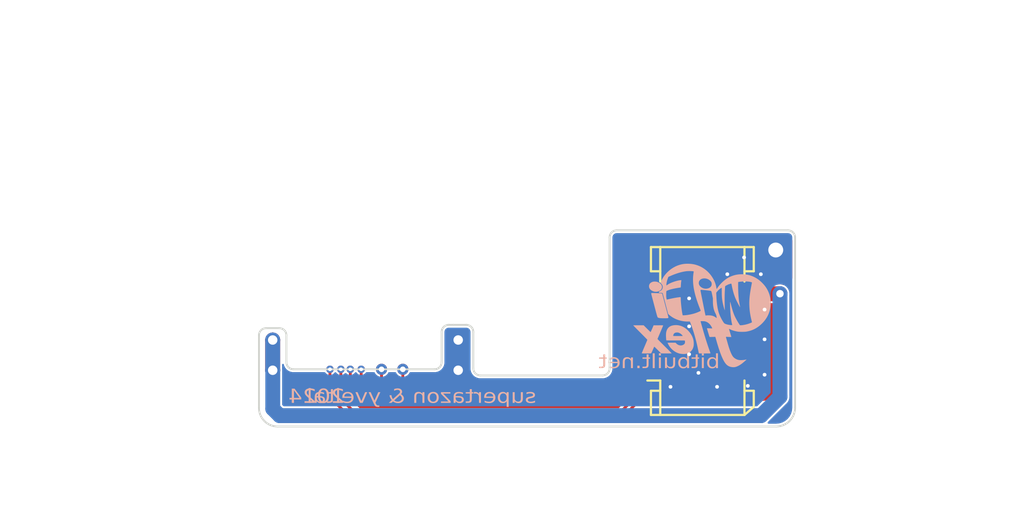
<source format=kicad_pcb>
(kicad_pcb (version 20240108) (generator "pcbnew") (generator_version "8.0")
  (layers (0 "F.Cu" signal) (31 "B.Cu" signal) (34 "B.Paste" user) (35 "F.Paste" user) (36 "B.SilkS" user "B.Silkscreen") (37 "F.SilkS" user "F.Silkscreen") (38 "B.Mask" user) (39 "F.Mask" user) (44 "Edge.Cuts" user))
  (net 0 "")
  (net 1 "GND")
  (net 2 "Net-(J1-Pin_2)")
  (net 3 "Net-(J1-Pin_3)")
  (net 6 "+3.3V")
  (net 8 "Net-(J1-Pin_5)")
  (net 9 "Net-(J1-Pin_16)")
  (net 10 "Net-(J1-Pin_17)")
  (net 11 "Net-(J1-Pin_19)")
  (footprint "Connector_Molex:Molex_SlimStack_52991-0208_2x10_P0.50mm_Vertical" (layer "F.Cu") (at 178.4604 74.7522 90)
    (property "Reference" "J1" (hide yes))
    (property "Value" "Conn_01x20_Pin" (hide yes))
  )
  (gr_poly (pts (xy 177.59169 71.139066) (xy 177.532119 71.142484) (xy 177.474643 71.148112) (xy 177.418372 71.156056) (xy 177.362414 71.166423) (xy 177.30588 71.17932) (xy 177.247878 71.194852) (xy 177.164846 71.221476) (xy 177.083194 71.253343) (xy 177.00319 71.290211) (xy 176.9251 71.331837) (xy 176.849191 71.377981) (xy 176.775728 71.4284) (xy 176.704979 71.482852) (xy 176.63721 71.541096) (xy 176.572688 71.602889) (xy 176.511678 71.667991) (xy 176.454449 71.736158) (xy 176.401265 71.80715) (xy 176.352395 71.880724) (xy 176.308103 71.956639) (xy 176.268657 72.034653) (xy 176.234323 72.114523) (xy 176.230676 72.123952) (xy 176.227274 72.133017) (xy 176.224191 72.141502) (xy 176.221502 72.149189) (xy 176.21928 72.15586) (xy 176.217601 72.161296) (xy 176.21654 72.165282) (xy 176.216263 72.166662) (xy 176.216169 72.167598) (xy 176.216214 72.16799) (xy 176.216348 72.168461) (xy 176.216568 72.169008) (xy 176.216873 72.169629) (xy 176.217726 72.17108) (xy 176.21889 72.172796) (xy 176.220346 72.174755) (xy 176.222078 72.176939) (xy 176.224068 72.179326) (xy 176.226297 72.181897) (xy 176.228749 72.184633) (xy 176.231405 72.187511) (xy 176.234248 72.190514) (xy 176.23726 72.193621) (xy 176.240424 72.196811) (xy 176.243722 72.200065) (xy 176.247135 72.203362) (xy 176.250648 72.206683) (xy 176.26238 72.218347) (xy 176.273254 72.230566) (xy 176.283256 72.243298) (xy 176.292371 72.256499) (xy 176.300585 72.270128) (xy 176.307884 72.284141) (xy 176.314253 72.298496) (xy 176.319679 72.31315) (xy 176.324146 72.328059) (xy 176.32764 72.343182) (xy 176.330148 72.358476) (xy 176.331655 72.373897) (xy 176.332146 72.389404) (xy 176.331607 72.404952) (xy 176.330025 72.4205) (xy 176.327384 72.436005) (xy 176.323984 72.450615) (xy 176.319893 72.464649) (xy 176.315094 72.478127) (xy 176.30957 72.491069) (xy 176.303307 72.503493) (xy 176.296287 72.51542) (xy 176.288494 72.526868) (xy 176.279913 72.537857) (xy 176.270527 72.548406) (xy 176.26032 72.558534) (xy 176.249275 72.568262) (xy 176.237378 72.577607) (xy 176.224611 72.58659) (xy 176.210958 72.59523) (xy 176.196404 72.603546) (xy 176.180932 72.611558) (xy 176.128856 72.637262) (xy 176.127282 72.66719) (xy 176.125708 72.697118) (xy 176.153741 72.699954) (xy 176.170217 72.701271) (xy 176.194355 72.702759) (xy 176.222908 72.704237) (xy 176.252634 72.705521) (xy 176.280378 72.706812) (xy 176.303537 72.708309) (xy 176.312641 72.709076) (xy 176.319691 72.709825) (xy 176.324384 72.710533) (xy 176.325752 72.710864) (xy 176.326418 72.711177) (xy 176.339149 72.756456) (xy 176.371653 72.877581) (xy 176.476303 73.273553) (xy 176.623263 73.833005) (xy 176.658221 73.866391) (xy 176.675651 73.882189) (xy 176.697094 73.900258) (xy 176.721545 73.919839) (xy 176.748002 73.940176) (xy 176.775461 73.960512) (xy 176.802918 73.98009) (xy 176.829371 73.998152) (xy 176.853816 74.013943) (xy 176.900041 74.041527) (xy 176.947485 74.067428) (xy 176.996075 74.091627) (xy 177.045738 74.114104) (xy 177.096404 74.13484) (xy 177.147999 74.153815) (xy 177.200451 74.17101) (xy 177.253687 74.186405) (xy 177.307637 74.19998) (xy 177.362227 74.211717) (xy 177.417384 74.221595) (xy 177.473038 74.229596) (xy 177.529114 74.235699) (xy 177.585542 74.239884) (xy 177.642249 74.242134) (xy 177.699163 74.242427) (xy 177.73377 74.242199) (xy 177.762472 74.242376) (xy 177.782282 74.242912) (xy 177.787919 74.2433) (xy 177.789507 74.243523) (xy 177.790212 74.243763) (xy 177.791646 74.246227) (xy 177.794175 74.251742) (xy 177.802125 74.270893) (xy 177.813279 74.299156) (xy 177.826852 74.33447) (xy 177.858122 74.418014) (xy 177.889663 74.505047) (xy 177.942719 74.659356) (xy 177.993408 74.81683) (xy 178.041601 74.976986) (xy 178.087166 75.139342) (xy 178.129973 75.303415) (xy 178.169891 75.468723) (xy 178.206789 75.634784) (xy 178.240538 75.801116) (xy 178.252454 75.860494) (xy 178.262902 75.908188) (xy 178.267296 75.926455) (xy 178.27099 75.94036) (xy 178.273871 75.949426) (xy 178.274972 75.951993) (xy 178.275828 75.953171) (xy 178.304501 75.955008) (xy 178.374678 75.956318) (xy 178.584206 75.957364) (xy 178.793735 75.956313) (xy 178.863913 75.955003) (xy 178.892586 75.953171) (xy 178.893045 75.952817) (xy 178.893445 75.952373) (xy 178.893785 75.951834) (xy 178.894062 75.951196) (xy 178.894277 75.950455) (xy 178.894428 75.949606) (xy 178.894515 75.948644) (xy 178.894534 75.947565) (xy 178.894487 75.946365) (xy 178.894371 75.94504) (xy 178.894185 75.943585) (xy 178.893928 75.941995) (xy 178.8936 75.940266) (xy 178.893198 75.938395) (xy 178.892171 75.934204) (xy 178.890837 75.929388) (xy 178.889187 75.923911) (xy 178.887213 75.917738) (xy 178.884904 75.910834) (xy 178.882252 75.903163) (xy 178.879247 75.89469) (xy 178.875881 75.885381) (xy 178.872143 75.8752) (xy 178.819273 75.7284) (xy 178.764749 75.569773) (xy 178.708504 75.399101) (xy 178.650471 75.216168) (xy 178.590581 75.020757) (xy 178.528767 74.812649) (xy 178.399097 74.357479) (xy 178.384402 74.303057) (xy 178.378792 74.280965) (xy 178.374372 74.262427) (xy 178.371166 74.247549) (xy 178.369199 74.236438) (xy 178.368495 74.2292) (xy 178.368624 74.227066) (xy 178.369078 74.22594) (xy 178.369484 74.225654) (xy 178.370114 74.225381) (xy 178.372037 74.22487) (xy 178.374818 74.224409) (xy 178.378431 74.223998) (xy 178.382848 74.223638) (xy 178.38804 74.22333) (xy 178.400643 74.222869) (xy 178.416016 74.222623) (xy 178.433939 74.222597) (xy 178.45419 74.222797) (xy 178.476547 74.223227) (xy 178.507657 74.224038) (xy 178.532784 74.224942) (xy 178.553153 74.226075) (xy 178.569989 74.227576) (xy 178.584518 74.22958) (xy 178.597967 74.232225) (xy 178.61156 74.235647) (xy 178.626524 74.239984) (xy 178.652568 74.248643) (xy 178.67796 74.258727) (xy 178.702703 74.270239) (xy 178.726802 74.283183) (xy 178.750261 74.297563) (xy 178.773085 74.313383) (xy 178.795277 74.330646) (xy 178.816842 74.349357) (xy 178.837784 74.36952) (xy 178.858107 74.391138) (xy 178.877816 74.414215) (xy 178.896915 74.438755) (xy 178.915407 74.464762) (xy 178.933297 74.492239) (xy 178.95059 74.521192) (xy 178.967289 74.551622) (xy 178.971651 74.560134) (xy 178.975721 74.568504) (xy 178.979408 74.576521) (xy 178.982625 74.583968) (xy 178.985282 74.590633) (xy 178.98729 74.596302) (xy 178.988023 74.598696) (xy 178.98856 74.60076) (xy 178.988891 74.602469) (xy 178.989004 74.603794) (xy 178.988996 74.604752) (xy 178.988968 74.605652) (xy 178.98891 74.606493) (xy 178.988813 74.607278) (xy 178.988667 74.608008) (xy 178.988462 74.608684) (xy 178.988336 74.609003) (xy 178.988191 74.609308) (xy 178.988027 74.609601) (xy 178.987842 74.60988) (xy 178.987636 74.610148) (xy 178.987407 74.610403) (xy 178.987155 74.610646) (xy 178.986877 74.610876) (xy 178.986573 74.611095) (xy 178.986242 74.611303) (xy 178.985882 74.611498) (xy 178.985493 74.611683) (xy 178.985072 74.611856) (xy 178.98462 74.612018) (xy 178.983614 74.612309) (xy 178.982466 74.612558) (xy 178.981166 74.612766) (xy 178.979705 74.612934) (xy 178.978074 74.613064) (xy 178.976264 74.613156) (xy 178.974264 74.613212) (xy 178.972066 74.613234) (xy 178.96966 74.613222) (xy 178.967037 74.613178) (xy 178.964187 74.613103) (xy 178.957772 74.612866) (xy 178.950338 74.61252) (xy 178.941812 74.612076) (xy 178.932118 74.611544) (xy 178.83898 74.606887) (xy 178.768713 74.604478) (xy 178.742947 74.604133) (xy 178.723847 74.604371) (xy 178.711729 74.605199) (xy 178.708387 74.605835) (xy 178.706909 74.606622) (xy 178.711662 74.627774) (xy 178.726297 74.680296) (xy 178.772691 74.837772) (xy 178.821044 74.99568) (xy 178.838129 75.048744) (xy 178.846312 75.070653) (xy 178.846732 75.070897) (xy 178.847511 75.071124) (xy 178.850118 75.071525) (xy 178.854073 75.071856) (xy 178.859314 75.072119) (xy 178.873414 75.072438) (xy 178.891936 75.072484) (xy 178.914394 75.07226) (xy 178.940305 75.071766) (xy 178.969186 75.071006) (xy 179.000551 75.069981) (xy 179.059119 75.068263) (xy 179.107815 75.06753) (xy 179.14156 75.067812) (xy 179.15124 75.068342) (xy 179.154004 75.068705) (xy 179.155279 75.069135) (xy 179.155906 75.070067) (xy 179.156771 75.071904) (xy 179.157859 75.074596) (xy 179.159154 75.078094) (xy 179.162304 75.087313) (xy 179.166098 75.099166) (xy 179.170413 75.11326) (xy 179.175127 75.129203) (xy 179.180116 75.1466) (xy 179.185257 75.165057) (xy 179.262574 75.436559) (xy 179.337478 75.678825) (xy 179.410184 75.892386) (xy 179.480909 76.077768) (xy 179.549866 76.235502) (xy 179.58375 76.304165) (xy 179.617272 76.366114) (xy 179.65046 76.421416) (xy 179.683341 76.470135) (xy 179.715942 76.512338) (xy 179.748289 76.548091) (xy 179.764128 76.563451) (xy 179.780359 76.577925) (xy 179.797004 76.591523) (xy 179.814083 76.604255) (xy 179.831618 76.616131) (xy 179.849629 76.62716) (xy 179.868138 76.637352) (xy 179.887165 76.646717) (xy 179.906732 76.655264) (xy 179.926859 76.663004) (xy 179.947567 76.669946) (xy 179.968878 76.6761) (xy 179.990812 76.681476) (xy 180.013391 76.686083) (xy 180.036635 76.689931) (xy 180.060566 76.693029) (xy 180.079932 76.694995) (xy 180.098183 76.696404) (xy 180.115473 76.697257) (xy 180.131953 76.697555) (xy 180.147779 76.697297) (xy 180.163102 76.696483) (xy 180.178078 76.695114) (xy 180.192857 76.693189) (xy 180.192862 76.693175) (xy 180.203131 76.691509) (xy 180.213546 76.689559) (xy 180.224107 76.687324) (xy 180.234812 76.684805) (xy 180.245658 76.682003) (xy 180.256643 76.678919) (xy 180.279026 76.671905) (xy 180.301944 76.663769) (xy 180.325384 76.654515) (xy 180.349329 76.644148) (xy 180.373765 76.632674) (xy 180.398397 76.620356) (xy 180.422509 76.607636) (xy 180.446266 76.594392) (xy 180.469836 76.5805) (xy 180.493385 76.565837) (xy 180.51708 76.550279) (xy 180.541088 76.533704) (xy 180.565575 76.515987) (xy 180.590709 76.497005) (xy 180.616656 76.476636) (xy 180.643583 76.454756) (xy 180.671657 76.43124) (xy 180.731913 76.378812) (xy 180.798758 76.318365) (xy 180.805589 76.311943) (xy 180.811812 76.305796) (xy 180.817299 76.300071) (xy 180.821927 76.294913) (xy 180.823879 76.292592) (xy 180.825569 76.290467) (xy 180.826981 76.288557) (xy 180.8281 76.28688) (xy 180.82891 76.285453) (xy 180.829396 76.284296) (xy 180.829512 76.283824) (xy 180.82954 76.283426) (xy 180.82948 76.283104) (xy 180.829329 76.282862) (xy 180.829093 76.282671) (xy 180.82878 76.282506) (xy 180.828392 76.282365) (xy 180.827933 76.282247) (xy 180.826805 76.282084) (xy 180.825415 76.282014) (xy 180.82378 76.282035) (xy 180.821918 76.282144) (xy 180.819847 76.282338) (xy 180.817584 76.282616) (xy 180.815148 76.282976) (xy 180.812555 76.283414) (xy 180.809825 76.283929) (xy 180.806973 76.284518) (xy 180.804019 76.285178) (xy 180.80098 76.285909) (xy 180.797873 76.286706) (xy 180.794717 76.287568) (xy 180.778024 76.291819) (xy 180.759341 76.2958) (xy 180.738945 76.299491) (xy 180.717115 76.302874) (xy 180.670259 76.308635) (xy 180.620994 76.312926) (xy 180.571537 76.31559) (xy 180.524109 76.316472) (xy 180.501849 76.316196) (xy 180.480929 76.315415) (xy 180.461626 76.314111) (xy 180.444216 76.312263) (xy 180.426063 76.30961) (xy 180.408167 76.3064) (xy 180.39052 76.302628) (xy 180.373113 76.298291) (xy 180.355937 76.293386) (xy 180.338984 76.287908) (xy 180.322246 76.281854) (xy 180.305713 76.27522) (xy 180.289377 76.268003) (xy 180.273229 76.260199) (xy 180.257261 76.251805) (xy 180.241464 76.242816) (xy 180.225829 76.23323) (xy 180.210348 76.223041) (xy 180.195012 76.212248) (xy 180.179812 76.200846) (xy 180.16836 76.191737) (xy 180.15745 76.182523) (xy 180.147019 76.173122) (xy 180.137004 76.163446) (xy 180.127341 76.153413) (xy 180.117968 76.142936) (xy 180.108821 76.131932) (xy 180.099836 76.120316) (xy 180.09095 76.108003) (xy 180.082101 76.094908) (xy 180.073225 76.080947) (xy 180.064258 76.066034) (xy 180.055138 76.050086) (xy 180.0458 76.033017) (xy 180.036183 76.014743) (xy 180.026222 75.995178) (xy 180.001283 75.942403) (xy 179.975381 75.881722) (xy 179.948782 75.813894) (xy 179.921753 75.739676) (xy 179.894561 75.659825) (xy 179.867472 75.575099) (xy 179.840753 75.486255) (xy 179.81467 75.394051) (xy 179.781018 75.273692) (xy 179.751054 75.17009) (xy 179.745625 75.151511) (xy 179.740682 75.133863) (xy 179.736324 75.117553) (xy 179.732651 75.102991) (xy 179.729762 75.090586) (xy 179.727756 75.080746) (xy 179.726734 75.07388) (xy 179.726622 75.07169) (xy 179.726794 75.070397) (xy 179.72705 75.069793) (xy 179.727342 75.069222) (xy 179.727675 75.068684) (xy 179.728053 75.068178) (xy 179.728481 75.067704) (xy 179.728962 75.067262) (xy 179.7295 75.066851) (xy 179.730099 75.066471) (xy 179.730764 75.06612) (xy 179.731498 75.0658) (xy 179.732306 75.065509) (xy 179.733192 75.065247) (xy 179.734159 75.065013) (xy 179.735213 75.064807) (xy 179.736356 75.064629) (xy 179.737593 75.064478) (xy 179.738929 75.064354) (xy 179.740367 75.064256) (xy 179.741911 75.064184) (xy 179.743565 75.064137) (xy 179.745334 75.064116) (xy 179.747221 75.064119) (xy 179.751368 75.064196) (xy 179.756038 75.064367) (xy 179.761264 75.064627) (xy 179.767078 75.064974) (xy 179.773513 75.065402) (xy 179.798287 75.066839) (xy 179.83348 75.068514) (xy 179.874404 75.070217) (xy 179.916373 75.071741) (xy 179.970319 75.073298) (xy 179.987812 75.073458) (xy 180.000154 75.073139) (xy 180.004669 75.072784) (xy 180.008225 75.07229) (xy 180.010933 75.071651) (xy 180.012903 75.070862) (xy 180.014244 75.069914) (xy 180.015066 75.068803) (xy 180.015478 75.067521) (xy 180.015591 75.066064) (xy 180.012324 75.05295) (xy 180.003274 75.021156) (xy 179.972342 74.916612) (xy 179.931829 74.78259) (xy 179.890765 74.649249) (xy 179.89041 74.647987) (xy 179.890161 74.646821) (xy 179.890021 74.645751) (xy 179.88999 74.644778) (xy 179.890017 74.644327) (xy 179.890071 74.643901) (xy 179.890154 74.643499) (xy 179.890266 74.643121) (xy 179.890406 74.642767) (xy 179.890575 74.642438) (xy 179.890773 74.642134) (xy 179.891 74.641853) (xy 179.891257 74.641597) (xy 179.891544 74.641366) (xy 179.89186 74.641159) (xy 179.892207 74.640977) (xy 179.892584 74.640819) (xy 179.892992 74.640686) (xy 179.89343 74.640578) (xy 179.893899 74.640494) (xy 179.894931 74.640401) (xy 179.896088 74.640407) (xy 179.897374 74.640512) (xy 179.898788 74.640718) (xy 179.900334 74.641023) (xy 179.902012 74.641428) (xy 179.903824 74.641935) (xy 179.905772 74.642542) (xy 179.907857 74.64325) (xy 179.910081 74.644059) (xy 179.912446 74.644971) (xy 179.914953 74.645984) (xy 179.917603 74.6471) (xy 179.920399 74.648318) (xy 179.923342 74.649639) (xy 179.926434 74.651062) (xy 179.929675 74.65259) (xy 179.933069 74.654221) (xy 179.940317 74.657795) (xy 179.962094 74.668321) (xy 179.984849 74.678607) (xy 180.008518 74.688632) (xy 180.033038 74.698379) (xy 180.058343 74.707826) (xy 180.08437 74.716956) (xy 180.138329 74.734185) (xy 180.1944 74.749911) (xy 180.252068 74.76398) (xy 180.310817 74.776237) (xy 180.370133 74.786528) (xy 180.388571 74.788932) (xy 180.410626 74.791015) (xy 180.463516 74.794223) (xy 180.524663 74.79615) (xy 180.589926 74.796797) (xy 180.655166 74.796162) (xy 180.716242 74.794246) (xy 180.769014 74.791049) (xy 180.790992 74.788969) (xy 180.809341 74.786568) (xy 180.862328 74.777468) (xy 180.91414 74.766923) (xy 180.964836 74.754906) (xy 181.014475 74.741389) (xy 181.063117 74.726347) (xy 181.11082 74.709753) (xy 181.157645 74.69158) (xy 181.20365 74.671801) (xy 181.248895 74.650389) (xy 181.293439 74.627318) (xy 181.337341 74.60256) (xy 181.38066 74.57609) (xy 181.423455 74.547881) (xy 181.465787 74.517905) (xy 181.507714 74.486136) (xy 181.549295 74.452547) (xy 181.586599 74.420549) (xy 181.623123 74.387357) (xy 181.658811 74.35303) (xy 181.693609 74.317624) (xy 181.727461 74.281199) (xy 181.729281 74.279127) (xy 181.12155 74.279127) (xy 181.121511 74.279851) (xy 181.121392 74.280577) (xy 181.12119 74.281308) (xy 181.120901 74.282046) (xy 181.120523 74.282793) (xy 181.120052 74.28355) (xy 181.119485 74.28432) (xy 181.118819 74.285104) (xy 181.11805 74.285904) (xy 181.117175 74.286723) (xy 181.116192 74.287562) (xy 181.115096 74.288423) (xy 181.113885 74.289308) (xy 181.112555 74.29022) (xy 181.111103 74.291159) (xy 181.109526 74.292128) (xy 181.107822 74.293129) (xy 181.105985 74.294164) (xy 181.104014 74.295235) (xy 181.101905 74.296343) (xy 181.09726 74.29868) (xy 181.092025 74.301191) (xy 181.086173 74.303891) (xy 181.07968 74.306795) (xy 181.072519 74.30992) (xy 181.064664 74.313281) (xy 181.007218 74.336569) (xy 180.950339 74.357363) (xy 180.893281 74.375858) (xy 180.835297 74.392251) (xy 180.775639 74.406739) (xy 180.713561 74.419516) (xy 180.648315 74.430779) (xy 180.579154 74.440724) (xy 180.575101 74.441129) (xy 180.56965 74.441483) (xy 180.563039 74.441778) (xy 180.555507 74.442009) (xy 180.547293 74.442171) (xy 180.538636 74.442257) (xy 180.529774 74.442262) (xy 180.520946 74.442178) (xy 180.478612 74.441552) (xy 180.439719 74.383343) (xy 180.402873 74.326461) (xy 180.365149 74.265002) (xy 180.327491 74.200686) (xy 180.29084 74.135235) (xy 180.25614 74.070371) (xy 180.224332 74.007814) (xy 180.19636 73.949287) (xy 180.173166 73.89651) (xy 180.152 73.84353) (xy 180.130762 73.786317) (xy 180.109451 73.724869) (xy 180.088066 73.659188) (xy 180.066609 73.589272) (xy 180.045078 73.515121) (xy 180.023474 73.436735) (xy 180.001797 73.354114) (xy 179.976777 73.257134) (xy 179.968696 73.226918) (xy 179.962873 73.206613) (xy 179.958788 73.194516) (xy 179.957234 73.191013) (xy 179.955919 73.188924) (xy 179.954778 73.188036) (xy 179.953746 73.188136) (xy 179.952758 73.18901) (xy 179.951749 73.190446) (xy 179.950618 73.194268) (xy 179.949644 73.201711) (xy 179.948167 73.226261) (xy 179.947313 73.261697) (xy 179.947079 73.305618) (xy 179.94746 73.355625) (xy 179.948454 73.409317) (xy 179.950055 73.464294) (xy 179.952261 73.518156) (xy 179.959241 73.644166) (xy 179.967917 73.766546) (xy 179.978143 73.884013) (xy 179.989773 73.995281) (xy 180.002659 74.099065) (xy 180.016655 74.19408) (xy 180.031615 74.279041) (xy 180.047393 74.352664) (xy 180.053537 74.378955) (xy 180.058568 74.401592) (xy 180.061968 74.41816) (xy 180.062894 74.423414) (xy 180.063217 74.426246) (xy 180.062754 74.427819) (xy 180.061394 74.429206) (xy 180.059174 74.430412) (xy 180.056134 74.431439) (xy 180.047752 74.432972) (xy 180.036561 74.433835) (xy 180.022875 74.434055) (xy 180.007008 74.433661) (xy 179.989274 74.432681) (xy 179.969987 74.431144) (xy 179.949461 74.429077) (xy 179.928009 74.426511) (xy 179.905946 74.423472) (xy 179.883585 74.41999) (xy 179.86124 74.416092) (xy 179.839226 74.411808) (xy 179.817856 74.407165) (xy 179.797444 74.402191) (xy 179.765245 74.393344) (xy 179.73602 74.384234) (xy 179.722544 74.379591) (xy 179.709839 74.374894) (xy 179.697912 74.370148) (xy 179.686774 74.365357) (xy 179.676434 74.360524) (xy 179.666899 74.355654) (xy 179.658179 74.350751) (xy 179.650284 74.345819) (xy 179.643222 74.340861) (xy 179.637002 74.335882) (xy 179.631633 74.330887) (xy 179.627125 74.325878) (xy 179.613033 74.307711) (xy 179.59797 74.286753) (xy 179.582099 74.263301) (xy 179.565582 74.237654) (xy 179.531264 74.180972) (xy 179.496324 74.119094) (xy 179.462067 74.05441) (xy 179.457362 74.044916) (xy 179.232423 74.044916) (xy 179.232394 74.045967) (xy 179.232309 74.046937) (xy 179.232167 74.047824) (xy 179.231966 74.048628) (xy 179.231708 74.049351) (xy 179.231391 74.049991) (xy 179.231211 74.05028) (xy 179.231016 74.050549) (xy 179.230806 74.050796) (xy 179.230581 74.051024) (xy 179.230342 74.05123) (xy 179.230087 74.051416) (xy 179.229818 74.051581) (xy 179.229533 74.051726) (xy 179.229233 74.05185) (xy 179.228919 74.051953) (xy 179.228589 74.052035) (xy 179.228244 74.052097) (xy 179.227508 74.052157) (xy 179.22671 74.052135) (xy 179.225851 74.05203) (xy 179.22493 74.051841) (xy 179.223946 74.051569) (xy 179.222899 74.051214) (xy 179.221789 74.050775) (xy 179.220616 74.050252) (xy 179.219378 74.049645) (xy 179.218076 74.048955) (xy 179.21671 74.048181) (xy 179.215278 74.047323) (xy 179.21378 74.04638) (xy 179.212217 74.045354) (xy 179.210588 74.044243) (xy 179.208892 74.043048) (xy 179.207129 74.041768) (xy 179.205298 74.040404) (xy 179.2034 74.038955) (xy 179.201434 74.037422) (xy 179.201436 74.037423) (xy 179.191257 74.029844) (xy 179.17855 74.021082) (xy 179.163949 74.011528) (xy 179.148091 74.001573) (xy 179.131608 73.991607) (xy 179.115136 73.982022) (xy 179.099309 73.973208) (xy 179.084761 73.965557) (xy 179.076745 73.961642) (xy 179.068329 73.957815) (xy 179.05954 73.954083) (xy 179.050404 73.950456) (xy 179.040948 73.94694) (xy 179.0312 73.943543) (xy 179.010931 73.93714) (xy 178.989811 73.93131) (xy 178.968054 73.926117) (xy 178.945875 73.921622) (xy 178.923487 73.917891) (xy 178.896478 73.914718) (xy 178.864603 73.912334) (xy 178.829639 73.910756) (xy 178.793362 73.909999) (xy 178.757546 73.910081) (xy 178.72397 73.911019) (xy 178.694407 73.912828) (xy 178.681687 73.914065) (xy 178.670636 73.915525) (xy 178.663053 73.916597) (xy 178.655806 73.91742) (xy 178.649063 73.91799) (xy 178.642997 73.918301) (xy 178.637779 73.918348) (xy 178.635541 73.91827) (xy 178.63358 73.918125) (xy 178.631915 73.91791) (xy 178.63057 73.917626) (xy 178.629565 73.917272) (xy 178.628921 73.916848) (xy 178.584358 73.707692) (xy 178.575647 73.664689) (xy 178.368936 73.664689) (xy 178.36814 73.666399) (xy 178.36637 73.66845) (xy 178.360069 73.673499) (xy 178.350356 73.679695) (xy 178.337554 73.686896) (xy 178.321984 73.694961) (xy 178.30397 73.703747) (xy 178.261898 73.72292) (xy 178.213916 73.743281) (xy 178.162607 73.763698) (xy 178.110548 73.783039) (xy 178.085044 73.791952) (xy 178.060321 73.800171) (xy 177.985873 73.822341) (xy 177.905425 73.842958) (xy 177.821655 73.861553) (xy 177.737237 73.877658) (xy 177.654847 73.890803) (xy 177.57716 73.900518) (xy 177.506853 73.906335) (xy 177.475303 73.907635) (xy 177.446601 73.907785) (xy 177.404382 73.907093) (xy 177.395243 73.867706) (xy 177.379513 73.788921) (xy 177.363351 73.688685) (xy 177.347537 73.573954) (xy 177.33285 73.451685) (xy 177.32007 73.328834) (xy 177.309977 73.212359) (xy 177.303349 73.109215) (xy 177.300966 73.02636) (xy 177.300903 72.993523) (xy 177.300706 72.980311) (xy 177.300292 72.969044) (xy 177.299582 72.959579) (xy 177.298498 72.951774) (xy 177.29779 72.948448) (xy 177.29696 72.945484) (xy 177.295995 72.942863) (xy 177.294888 72.940567) (xy 177.293628 72.938578) (xy 177.292204 72.936879) (xy 177.290608 72.935451) (xy 177.288828 72.934276) (xy 177.286857 72.933338) (xy 177.284682 72.932616) (xy 177.282295 72.932095) (xy 177.279685 72.931756) (xy 177.27376 72.931551) (xy 177.266825 72.931858) (xy 177.249614 72.933438) (xy 177.191767 72.939916) (xy 177.12892 72.948395) (xy 177.06156 72.958786) (xy 176.990174 72.971003) (xy 176.915248 72.98496) (xy 176.837268 73.000567) (xy 176.756722 73.01774) (xy 176.674096 73.036391) (xy 176.6285 73.046674) (xy 176.590269 73.054753) (xy 176.563413 73.059818) (xy 176.555502 73.060968) (xy 176.553145 73.061152) (xy 176.551938 73.06106) (xy 176.551173 73.06058) (xy 176.550373 73.059721) (xy 176.549539 73.058497) (xy 176.548674 73.056919) (xy 176.546863 73.052759) (xy 176.544963 73.047346) (xy 176.542995 73.040784) (xy 176.540981 73.033179) (xy 176.538942 73.024636) (xy 176.536902 73.015259) (xy 176.534881 73.005154) (xy 176.532902 72.994426) (xy 176.530986 72.983179) (xy 176.529155 72.971519) (xy 176.527432 72.95955) (xy 176.525837 72.947378) (xy 176.524394 72.935107) (xy 176.523123 72.922843) (xy 176.521256 72.890606) (xy 176.5204 72.847039) (xy 176.520445 72.796796) (xy 176.521285 72.744535) (xy 176.522811 72.694909) (xy 176.524915 72.652575) (xy 176.527489 72.622188) (xy 176.528919 72.612929) (xy 176.530425 72.608404) (xy 176.531253 72.607487) (xy 176.532379 72.606465) (xy 176.535487 72.604122) (xy 176.539669 72.601411) (xy 176.544844 72.59837) (xy 176.550933 72.595036) (xy 176.557856 72.591447) (xy 176.573881 72.583656) (xy 176.592279 72.575296) (xy 176.612409 72.566668) (xy 176.63363 72.558072) (xy 176.655302 72.549811) (xy 176.701803 72.534156) (xy 176.75763 72.517879) (xy 176.821046 72.50137) (xy 176.890317 72.485021) (xy 176.963707 72.469222) (xy 177.039481 72.454366) (xy 177.115904 72.440842) (xy 177.19124 72.429041) (xy 177.232086 72.42289) (xy 177.265987 72.417401) (xy 177.289413 72.413172) (xy 177.296095 72.411717) (xy 177.298834 72.410802) (xy 177.299178 72.409786) (xy 177.299587 72.407408) (xy 177.300576 72.398847) (xy 177.30176 72.385694) (xy 177.303096 72.368521) (xy 177.306056 72.324407) (xy 177.309119 72.27109) (xy 177.31264 72.214252) (xy 177.316848 72.160552) (xy 177.321215 72.116039) (xy 177.323292 72.099117) (xy 177.325211 72.08676) (xy 177.329763 72.062428) (xy 177.332854 72.044602) (xy 177.33374 72.037822) (xy 177.33413 72.032303) (xy 177.334124 72.029978) (xy 177.333977 72.027922) (xy 177.333684 72.02612) (xy 177.333239 72.024557) (xy 177.332637 72.023217) (xy 177.331872 72.022086) (xy 177.330938 72.021147) (xy 177.32983 72.020386) (xy 177.328543 72.019788) (xy 177.327071 72.019336) (xy 177.32355 72.018814) (xy 177.319223 72.018698) (xy 177.314046 72.018865) (xy 177.300966 72.019562) (xy 177.273248 72.021633) (xy 177.242777 72.025349) (xy 177.209882 72.030614) (xy 177.17489 72.037328) (xy 177.138131 72.045395) (xy 177.099931 72.054717) (xy 177.020525 72.076732) (xy 176.939298 72.102592) (xy 176.858875 72.131514) (xy 176.819786 72.146878) (xy 176.781883 72.162715) (xy 176.745493 72.178926) (xy 176.710946 72.195413) (xy 176.695092 72.203483) (xy 176.678422 72.212371) (xy 176.661437 72.221784) (xy 176.644634 72.231432) (xy 176.628514 72.241023) (xy 176.613574 72.250264) (xy 176.600316 72.258864) (xy 176.589237 72.266532) (xy 176.579519 72.273452) (xy 176.570162 72.27991) (xy 176.561392 72.285764) (xy 176.553433 72.290872) (xy 176.546511 72.295094) (xy 176.540853 72.298288) (xy 176.538568 72.299455) (xy 176.536683 72.300312) (xy 176.535227 72.300841) (xy 176.534228 72.301024) (xy 176.533679 72.300999) (xy 176.533161 72.300913) (xy 176.532672 72.300763) (xy 176.532438 72.300663) (xy 176.532212 72.300544) (xy 176.531993 72.300408) (xy 176.531781 72.300252) (xy 176.531576 72.300078) (xy 176.531379 72.299883) (xy 176.531005 72.299433) (xy 176.530659 72.298897) (xy 176.530341 72.298272) (xy 176.53005 72.297552) (xy 176.529785 72.296735) (xy 176.529547 72.295815) (xy 176.529335 72.294788) (xy 176.529149 72.293651) (xy 176.528988 72.292399) (xy 176.528853 72.291028) (xy 176.528741 72.289534) (xy 176.528655 72.287912) (xy 176.528592 72.286159) (xy 176.528552 72.28427) (xy 176.528536 72.282241) (xy 176.528543 72.280067) (xy 176.528572 72.277745) (xy 176.528623 72.275271) (xy 176.528791 72.269848) (xy 176.529042 72.263763) (xy 176.529375 72.256985) (xy 176.529786 72.249479) (xy 176.531065 72.232294) (xy 176.532988 72.214074) (xy 176.535533 72.194911) (xy 176.538677 72.174897) (xy 176.546673 72.132684) (xy 176.556797 72.088171) (xy 176.568867 72.042095) (xy 176.582703 71.995192) (xy 176.598124 71.948199) (xy 176.614951 71.901852) (xy 176.637277 71.843343) (xy 176.716445 71.807961) (xy 176.835065 71.756826) (xy 176.950647 71.710812) (xy 177.063259 71.6699) (xy 177.172967 71.634069) (xy 177.279835 71.6033) (xy 177.383931 71.57757) (xy 177.485321 71.556862) (xy 177.584071 71.541152) (xy 177.609136 71.538242) (xy 177.636952 71.535874) (xy 177.698536 71.532709) (xy 177.764229 71.53154) (xy 177.829436 71.53225) (xy 177.889561 71.534724) (xy 177.940011 71.538843) (xy 177.960171 71.541483) (xy 177.976189 71.544492) (xy 177.987491 71.547853) (xy 177.991194 71.549662) (xy 177.993502 71.551553) (xy 177.993783 71.551951) (xy 177.99404 71.55243) (xy 177.994274 71.55299) (xy 177.994485 71.55363) (xy 177.994836 71.555145) (xy 177.995093 71.556967) (xy 177.995258 71.559089) (xy 177.99533 71.561502) (xy 177.995311 71.564198) (xy 177.995199 71.56717) (xy 177.994997 71.57041) (xy 177.994703 71.57391) (xy 177.994319 71.577662) (xy 177.993845 71.581658) (xy 177.993281 71.58589) (xy 177.992628 71.590351) (xy 177.991886 71.595032) (xy 177.991056 71.599927) (xy 177.975898 71.700291) (xy 177.965327 71.802239) (xy 177.959386 71.906019) (xy 177.958118 72.011881) (xy 177.961565 72.120074) (xy 177.969771 72.230846) (xy 177.982777 72.344446) (xy 178.000627 72.461124) (xy 178.023363 72.58113) (xy 178.051028 72.704711) (xy 178.083665 72.832117) (xy 178.121316 72.963597) (xy 178.164024 73.0994) (xy 178.211832 73.239775) (xy 178.264783 73.384972) (xy 178.322919 73.535238) (xy 178.341333 73.582661) (xy 178.356148 73.622876) (xy 178.361733 73.638953) (xy 178.365852 73.651634) (xy 178.368316 73.66039) (xy 178.368868 73.663129) (xy 178.368936 73.664689) (xy 178.575647 73.664689) (xy 178.491946 73.251513) (xy 178.400617 72.79213) (xy 178.3593 72.573357) (xy 178.359347 72.571524) (xy 178.359484 72.569651) (xy 178.359708 72.567751) (xy 178.360012 72.565838) (xy 178.360394 72.563925) (xy 178.360848 72.562026) (xy 178.361369 72.560154) (xy 178.361953 72.558324) (xy 178.362595 72.556548) (xy 178.36329 72.554841) (xy 178.364035 72.553216) (xy 178.364824 72.551687) (xy 178.365653 72.550266) (xy 178.366516 72.548969) (xy 178.36741 72.547808) (xy 178.36833 72.546797) (xy 178.36926 72.545927) (xy 178.37026 72.545116) (xy 178.371349 72.544363) (xy 178.372542 72.543669) (xy 178.373857 72.543035) (xy 178.375309 72.54246) (xy 178.376914 72.541945) (xy 178.378691 72.54149) (xy 178.380654 72.541096) (xy 178.382821 72.540762) (xy 178.385208 72.54049) (xy 178.387832 72.540278) (xy 178.390709 72.540129) (xy 178.393855 72.540041) (xy 178.397287 72.540016) (xy 178.401022 72.540053) (xy 178.409466 72.540316) (xy 178.419318 72.540832) (xy 178.430711 72.541604) (xy 178.443776 72.542634) (xy 178.458646 72.543925) (xy 178.475453 72.545478) (xy 178.515404 72.549382) (xy 178.652987 72.562929) (xy 178.760459 72.574045) (xy 178.842027 72.583821) (xy 178.872515 72.588129) (xy 178.89583 72.59201) (xy 178.911739 72.595432) (xy 178.916843 72.596961) (xy 178.920008 72.598365) (xy 178.922499 72.599951) (xy 178.924882 72.601611) (xy 178.927168 72.603381) (xy 178.929367 72.605299) (xy 178.931491 72.6074) (xy 178.93355 72.609722) (xy 178.935556 72.6123) (xy 178.937518 72.615171) (xy 178.939449 72.618372) (xy 178.941359 72.62194) (xy 178.943258 72.62591) (xy 178.945158 72.630319) (xy 178.94707 72.635204) (xy 178.949004 72.640601) (xy 178.950971 72.646547) (xy 178.952983 72.653079) (xy 178.95505 72.660232) (xy 178.957182 72.668044) (xy 178.959392 72.67655) (xy 178.961689 72.685788) (xy 178.96659 72.706604) (xy 178.971973 72.730783) (xy 178.977925 72.758619) (xy 178.984532 72.790402) (xy 178.991881 72.826425) (xy 179.000061 72.86698) (xy 179.02605 72.996326) (xy 179.026066 73.128918) (xy 179.026318 73.179347) (xy 179.027111 73.224483) (xy 179.028523 73.265489) (xy 179.030632 73.303531) (xy 179.033516 73.339775) (xy 179.037255 73.375384) (xy 179.041927 73.411525) (xy 179.047609 73.449363) (xy 179.056084 73.498794) (xy 179.065224 73.543792) (xy 179.070177 73.565049) (xy 179.075458 73.585703) (xy 179.081118 73.60592) (xy 179.087213 73.625869) (xy 179.093795 73.645718) (xy 179.100918 73.665635) (xy 179.108635 73.685787) (xy 179.117001 73.706344) (xy 179.135889 73.74934) (xy 179.158011 73.795967) (xy 179.17267 73.826167) (xy 179.184124 73.850476) (xy 179.192962 73.870529) (xy 179.196583 73.879471) (xy 179.199771 73.887962) (xy 179.202599 73.896208) (xy 179.20514 73.904412) (xy 179.207467 73.912779) (xy 179.209655 73.921514) (xy 179.213906 73.940904) (xy 179.21848 73.964218) (xy 179.223894 73.993171) (xy 179.228327 74.018036) (xy 179.231323 74.036168) (xy 179.232138 74.04188) (xy 179.232423 74.044916) (xy 179.457362 74.044916) (xy 179.4298 73.989308) (xy 179.400829 73.926177) (xy 179.387987 73.896097) (xy 179.376459 73.867405) (xy 179.358673 73.819195) (xy 179.341945 73.768991) (xy 179.326257 73.716669) (xy 179.311589 73.662107) (xy 179.297923 73.605182) (xy 179.285239 73.545769) (xy 179.273517 73.483746) (xy 179.262739 73.41899) (xy 179.252885 73.351378) (xy 179.243936 73.280785) (xy 179.235874 73.20709) (xy 179.228678 73.130168) (xy 179.216809 72.966154) (xy 179.208177 72.787756) (xy 179.204653 72.695003) (xy 179.238021 72.652819) (xy 179.254701 72.632259) (xy 179.271865 72.612128) (xy 179.289435 72.592506) (xy 179.307332 72.573477) (xy 179.325475 72.555123) (xy 179.343785 72.537525) (xy 179.362184 72.520767) (xy 179.380592 72.504931) (xy 179.397809 72.490994) (xy 179.415689 72.477296) (xy 179.433486 72.464335) (xy 179.450456 72.452612) (xy 179.465855 72.442625) (xy 179.478939 72.434873) (xy 179.48438 72.431991) (xy 179.488963 72.429856) (xy 179.492595 72.428529) (xy 179.495183 72.428072) (xy 179.495717 72.428182) (xy 179.496225 72.428522) (xy 179.496707 72.42911) (xy 179.497165 72.429962) (xy 179.497598 72.431097) (xy 179.498007 72.43253) (xy 179.498394 72.43428) (xy 179.498758 72.436362) (xy 179.49942 72.441595) (xy 179.5 72.448366) (xy 179.500502 72.456811) (xy 179.500931 72.467068) (xy 179.501291 72.479272) (xy 179.501587 72.493562) (xy 179.501825 72.510073) (xy 179.502009 72.528943) (xy 179.502234 72.574306) (xy 179.5023 72.630744) (xy 179.502789 72.722465) (xy 179.504379 72.803885) (xy 179.507259 72.877398) (xy 179.511614 72.945397) (xy 179.517632 73.010275) (xy 179.525498 73.074424) (xy 179.535401 73.140239) (xy 179.547527 73.210112) (xy 179.558986 73.267023) (xy 179.573696 73.331697) (xy 179.59044 73.399656) (xy 179.608003 73.466419) (xy 179.625166 73.527507) (xy 179.640713 73.57844) (xy 179.653429 73.61474) (xy 179.658344 73.626002) (xy 179.662095 73.631926) (xy 179.662428 73.632197) (xy 179.662743 73.632335) (xy 179.663042 73.632342) (xy 179.663323 73.632217) (xy 179.663587 73.631959) (xy 179.663834 73.631569) (xy 179.664064 73.631045) (xy 179.664277 73.630388) (xy 179.664473 73.629597) (xy 179.664651 73.628671) (xy 179.664957 73.626418) (xy 179.665196 73.623623) (xy 179.665366 73.620286) (xy 179.665468 73.616402) (xy 179.665502 73.611971) (xy 179.665469 73.606988) (xy 179.665368 73.601452) (xy 179.665199 73.595359) (xy 179.664963 73.588708) (xy 179.66466 73.581495) (xy 179.66429 73.573718) (xy 179.662788 73.524844) (xy 179.661051 73.438714) (xy 179.657736 73.203301) (xy 179.656664 72.989552) (xy 179.658853 72.806035) (xy 179.661289 72.720361) (xy 179.664684 72.635943) (xy 179.674538 72.462468) (xy 179.682261 72.346051) (xy 179.696791 72.334214) (xy 179.701126 72.331039) (xy 179.707311 72.327029) (xy 179.724366 72.316948) (xy 179.746233 72.304866) (xy 179.771188 72.291676) (xy 179.797509 72.278272) (xy 179.823471 72.265549) (xy 179.84735 72.2544) (xy 179.867425 72.245719) (xy 179.883191 72.239821) (xy 179.902583 72.233338) (xy 179.924088 72.226692) (xy 179.94619 72.220307) (xy 179.967376 72.214604) (xy 179.986132 72.210007) (xy 180.000942 72.206939) (xy 180.006395 72.20611) (xy 180.010294 72.205822) (xy 180.011026 72.205858) (xy 180.011735 72.205972) (xy 180.012424 72.206169) (xy 180.013095 72.206458) (xy 180.013424 72.206639) (xy 180.01375 72.206846) (xy 180.014392 72.20734) (xy 180.015023 72.207948) (xy 180.015645 72.208676) (xy 180.01626 72.209532) (xy 180.016871 72.210523) (xy 180.01748 72.211656) (xy 180.018089 72.21294) (xy 180.018701 72.21438) (xy 180.019317 72.215984) (xy 180.01994 72.21776) (xy 180.020573 72.219715) (xy 180.021217 72.221856) (xy 180.021875 72.22419) (xy 180.022549 72.226724) (xy 180.023241 72.229467) (xy 180.023954 72.232424) (xy 180.02469 72.235604) (xy 180.02545 72.239013) (xy 180.026238 72.242659) (xy 180.027906 72.250692) (xy 180.02971 72.259758) (xy 180.031669 72.269918) (xy 180.0338 72.281229) (xy 180.054171 72.384208) (xy 180.07618 72.483867) (xy 180.099804 72.580124) (xy 180.12502 72.672897) (xy 180.151803 72.762104) (xy 180.180131 72.847663) (xy 180.20998 72.929493) (xy 180.241327 73.00751) (xy 180.262494 73.055342) (xy 180.289106 73.111841) (xy 180.319526 73.173824) (xy 180.352118 73.238111) (xy 180.385242 73.301519) (xy 180.417263 73.360867) (xy 180.446542 73.412973) (xy 180.471443 73.454656) (xy 180.4749 73.460069) (xy 180.477885 73.464457) (xy 180.4792 73.466239) (xy 180.480395 73.467733) (xy 180.481471 73.468926) (xy 180.482427 73.46981) (xy 180.483262 73.470372) (xy 180.483635 73.470529) (xy 180.483977 73.470602) (xy 180.484289 73.470589) (xy 180.48457 73.470489) (xy 180.484822 73.470301) (xy 180.485043 73.470023) (xy 180.485233 73.469654) (xy 180.485393 73.469192) (xy 180.485621 73.467986) (xy 180.485726 73.466395) (xy 180.485708 73.464406) (xy 180.485566 73.462011) (xy 180.485301 73.459197) (xy 180.484912 73.455953) (xy 180.484397 73.452271) (xy 180.482993 73.443542) (xy 180.481086 73.432925) (xy 180.478672 73.420332) (xy 180.475749 73.405679) (xy 180.468361 73.369843) (xy 180.44774 73.261278) (xy 180.429914 73.146555) (xy 180.414868 73.02548) (xy 180.402586 72.897862) (xy 180.393051 72.763507) (xy 180.386247 72.622224) (xy 180.382159 72.473821) (xy 180.380771 72.318104) (xy 180.381056 72.222582) (xy 180.38211 72.161567) (xy 180.382989 72.142081) (xy 180.384135 72.12892) (xy 180.385574 72.121315) (xy 180.386411 72.119357) (xy 180.387331 72.1185) (xy 180.388334 72.118222) (xy 180.389956 72.117872) (xy 180.39491 72.116973) (xy 180.401906 72.115845) (xy 180.410656 72.114531) (xy 180.432268 72.111511) (xy 180.457446 72.108249) (xy 180.543636 72.098898) (xy 180.627797 72.092548) (xy 180.709161 72.089189) (xy 180.78696 72.088809) (xy 180.860428 72.091397) (xy 180.928798 72.096942) (xy 180.960831 72.10082) (xy 180.991302 72.105433) (xy 181.020115 72.110779) (xy 181.047174 72.116858) (xy 181.066208 72.121762) (xy 181.082068 72.126341) (xy 181.088869 72.128538) (xy 181.09495 72.130688) (xy 181.100335 72.132804) (xy 181.105049 72.134896) (xy 181.109117 72.136977) (xy 181.112562 72.139058) (xy 181.115411 72.141151) (xy 181.117686 72.143268) (xy 181.119413 72.14542) (xy 181.120617 72.147619) (xy 181.121321 72.149876) (xy 181.12155 72.152203) (xy 181.121015 72.156824) (xy 181.119481 72.166335) (xy 181.113848 72.197708) (xy 181.105511 72.241683) (xy 181.095331 72.29362) (xy 181.065134 72.451948) (xy 181.039717 72.599637) (xy 181.018952 72.737853) (xy 181.002707 72.867762) (xy 180.990853 72.990531) (xy 180.983261 73.107325) (xy 180.979801 73.219311) (xy 180.980344 73.327655) (xy 180.984309 73.436079) (xy 180.991156 73.542172) (xy 181.001027 73.646939) (xy 181.014062 73.751383) (xy 181.030401 73.856507) (xy 181.050185 73.963316) (xy 181.073556 74.072811) (xy 181.100652 74.185997) (xy 181.108767 74.219059) (xy 181.115411 74.247638) (xy 181.119901 74.26868) (xy 181.121123 74.275419) (xy 181.12155 74.279127) (xy 181.729281 74.279127) (xy 181.760312 74.243811) (xy 181.792106 74.205519) (xy 181.822788 74.16638) (xy 181.852983 74.125328) (xy 181.881665 74.083479) (xy 181.908825 74.040858) (xy 181.934452 73.997488) (xy 181.958538 73.953393) (xy 181.981072 73.908597) (xy 182.002045 73.863125) (xy 182.021448 73.817) (xy 182.039271 73.770247) (xy 182.055503 73.722889) (xy 182.070137 73.674951) (xy 182.083161 73.626456) (xy 182.094566 73.577428) (xy 182.104343 73.527892) (xy 182.112482 73.477872) (xy 182.118973 73.427392) (xy 182.12227 73.390423) (xy 182.124633 73.348052) (xy 182.126062 73.302019) (xy 182.126555 73.254066) (xy 182.126112 73.205935) (xy 182.124731 73.159366) (xy 182.122412 73.116102) (xy 182.119153 73.077884) (xy 182.111883 73.020188) (xy 182.102387 72.963012) (xy 182.090688 72.90641) (xy 182.07681 72.850433) (xy 182.060777 72.795137) (xy 182.042613 72.740573) (xy 182.022341 72.686797) (xy 181.999986 72.63386) (xy 181.975571 72.581816) (xy 181.949119 72.530718) (xy 181.920655 72.480621) (xy 181.890202 72.431576) (xy 181.857784 72.383638) (xy 181.823425 72.336859) (xy 181.787148 72.291294) (xy 181.748977 72.246994) (xy 181.719771 72.214987) (xy 181.690572 72.184175) (xy 181.66134 72.154524) (xy 181.632031 72.126002) (xy 181.602605 72.098576) (xy 181.573018 72.072212) (xy 181.54323 72.046877) (xy 181.513198 72.022538) (xy 181.48288 71.999162) (xy 181.452235 71.976716) (xy 181.421219 71.955165) (xy 181.389792 71.934479) (xy 181.357911 71.914622) (xy 181.325535 71.895562) (xy 181.292621 71.877266) (xy 181.259127 71.8597) (xy 181.219347 71.840127) (xy 181.179569 71.821938) (xy 181.139721 71.805117) (xy 181.099727 71.789646) (xy 181.059516 71.775509) (xy 181.019013 71.762689) (xy 180.978145 71.751168) (xy 180.936839 71.74093) (xy 180.895021 71.731958) (xy 180.852618 71.724235) (xy 180.809556 71.717743) (xy 180.765762 71.712466) (xy 180.721162 71.708387) (xy 180.675683 71.705489) (xy 180.629251 71.703754) (xy 180.581794 71.703167) (xy 180.518425 71.704106) (xy 180.457833 71.707023) (xy 180.39953 71.71199) (xy 180.34303 71.719078) (xy 180.287847 71.728359) (xy 180.233495 71.739903) (xy 180.179485 71.753782) (xy 180.125333 71.770067) (xy 180.080338 71.785234) (xy 180.036539 71.801393) (xy 179.993837 71.818604) (xy 179.952136 71.83693) (xy 179.911338 71.856432) (xy 179.871345 71.87717) (xy 179.83206 71.899206) (xy 179.793385 71.922601) (xy 179.755223 71.947416) (xy 179.717476 71.973713) (xy 179.680046 72.001553) (xy 179.642836 72.030997) (xy 179.605748 72.062106) (xy 179.568686 72.094941) (xy 179.53155 72.129564) (xy 179.494244 72.166036) (xy 179.458688 72.202284) (xy 179.425559 72.237529) (xy 179.39468 72.271983) (xy 179.365876 72.305858) (xy 179.338972 72.339368) (xy 179.313791 72.372724) (xy 179.290159 72.406139) (xy 179.267899 72.439825) (xy 179.261185 72.450162) (xy 179.254693 72.459812) (xy 179.248582 72.468562) (xy 179.243009 72.476202) (xy 179.238134 72.482519) (xy 179.234114 72.487302) (xy 179.232474 72.489052) (xy 179.231108 72.490339) (xy 179.230035 72.491137) (xy 179.229275 72.491419) (xy 179.228965 72.491372) (xy 179.228645 72.491218) (xy 179.228314 72.490959) (xy 179.227974 72.490597) (xy 179.227626 72.490135) (xy 179.227269 72.489576) (xy 179.226535 72.488174) (xy 179.225777 72.486412) (xy 179.225 72.48431) (xy 179.224211 72.481887) (xy 179.223415 72.479164) (xy 179.222618 72.476159) (xy 179.221824 72.472894) (xy 179.22104 72.469388) (xy 179.220271 72.465661) (xy 179.219523 72.461732) (xy 179.2188 72.457623) (xy 179.218109 72.453351) (xy 179.217456 72.448939) (xy 179.201787 72.360395) (xy 179.18005 72.272509) (xy 179.166569 72.230009) (xy 178.961719 72.230009) (xy 178.961697 72.239288) (xy 178.961389 72.248341) (xy 178.96079 72.257089) (xy 178.959893 72.265454) (xy 178.958693 72.273356) (xy 178.957184 72.280718) (xy 178.954611 72.290629) (xy 178.951616 72.300329) (xy 178.948204 72.309814) (xy 178.94438 72.319082) (xy 178.940148 72.328127) (xy 178.935513 72.336948) (xy 178.930481 72.345539) (xy 178.925057 72.353898) (xy 178.919245 72.362021) (xy 178.913051 72.369903) (xy 178.906479 72.377543) (xy 178.899534 72.384935) (xy 178.892222 72.392077) (xy 178.884547 72.398965) (xy 178.876514 72.405594) (xy 178.868128 72.411962) (xy 178.859395 72.418065) (xy 178.850319 72.4239) (xy 178.840904 72.429462) (xy 178.831157 72.434748) (xy 178.821082 72.439754) (xy 178.810684 72.444478) (xy 178.799968 72.448914) (xy 178.788939 72.45306) (xy 178.777601 72.456912) (xy 178.765961 72.460467) (xy 178.754022 72.46372) (xy 178.74179 72.466668) (xy 178.72927 72.469308) (xy 178.716466 72.471635) (xy 178.690029 72.47534) (xy 178.675411 72.476759) (xy 178.668316 72.477253) (xy 178.661299 72.477599) (xy 178.654313 72.477795) (xy 178.647308 72.47784) (xy 178.640237 72.47773) (xy 178.633052 72.477464) (xy 178.625705 72.47704) (xy 178.618146 72.476454) (xy 178.602205 72.474791) (xy 178.584843 72.472456) (xy 178.565675 72.469431) (xy 178.544652 72.465187) (xy 178.523592 72.45952) (xy 178.502614 72.452514) (xy 178.481842 72.444255) (xy 178.461396 72.434827) (xy 178.441398 72.424317) (xy 178.42197 72.412809) (xy 178.403234 72.400388) (xy 178.385312 72.387139) (xy 178.368324 72.373149) (xy 178.352392 72.358501) (xy 178.337639 72.343281) (xy 178.324186 72.327575) (xy 178.312154 72.311467) (xy 178.301665 72.295042) (xy 178.292841 72.278387) (xy 178.285241 72.260585) (xy 178.279146 72.24244) (xy 178.27454 72.224045) (xy 178.271407 72.20549) (xy 178.269729 72.186868) (xy 178.26949 72.168269) (xy 178.270673 72.149786) (xy 178.273262 72.131511) (xy 178.27724 72.113534) (xy 178.282591 72.095948) (xy 178.289298 72.078844) (xy 178.297344 72.062314) (xy 178.306712 72.046449) (xy 178.317387 72.031342) (xy 178.329352 72.017083) (xy 178.342589 72.003765) (xy 178.351004 71.996327) (xy 178.359759 71.989246) (xy 178.368842 71.982524) (xy 178.378241 71.976163) (xy 178.397937 71.964529) (xy 178.418752 71.954359) (xy 178.440588 71.945665) (xy 178.46335 71.938461) (xy 178.486939 71.932761) (xy 178.511261 71.928577) (xy 178.536218 71.925924) (xy 178.561714 71.924814) (xy 178.587651 71.925261) (xy 178.613934 71.927278) (xy 178.640467 71.93088) (xy 178.667151 71.936078) (xy 178.693891 71.942887) (xy 178.72059 71.95132) (xy 178.739424 71.958416) (xy 178.758095 71.966541) (xy 178.776504 71.975612) (xy 178.794553 71.985546) (xy 178.812145 71.996261) (xy 178.829181 72.007675) (xy 178.845563 72.019705) (xy 178.861193 72.032269) (xy 178.875974 72.045284) (xy 178.889807 72.058668) (xy 178.902594 72.072338) (xy 178.914237 72.086212) (xy 178.924638 72.100208) (xy 178.933699 72.114242) (xy 178.941322 72.128233) (xy 178.947409 72.142098) (xy 178.949945 72.149309) (xy 178.952251 72.157082) (xy 178.95432 72.165336) (xy 178.956147 72.173994) (xy 178.957726 72.182977) (xy 178.959053 72.192206) (xy 178.960121 72.201602) (xy 178.960925 72.211087) (xy 178.96146 72.220583) (xy 178.961719 72.230009) (xy 179.166569 72.230009) (xy 179.152487 72.185615) (xy 179.119343 72.100047) (xy 179.080863 72.016137) (xy 179.037289 71.93422) (xy 178.988868 71.854629) (xy 178.935841 71.777698) (xy 178.878455 71.70376) (xy 178.816952 71.633148) (xy 178.751578 71.566198) (xy 178.682575 71.503241) (xy 178.610189 71.444612) (xy 178.534663 71.390644) (xy 178.456242 71.34167) (xy 178.375169 71.298026) (xy 178.335726 71.279041) (xy 178.296436 71.261343) (xy 178.257225 71.244913) (xy 178.218017 71.229733) (xy 178.178738 71.215785) (xy 178.139314 71.20305) (xy 178.09967 71.19151) (xy 178.059732 71.181147) (xy 178.019425 71.171943) (xy 177.978674 71.16388) (xy 177.937405 71.156939) (xy 177.895544 71.151103) (xy 177.853015 71.146353) (xy 177.809745 71.142671) (xy 177.765658 71.140038) (xy 177.720681 71.138438) (xy 177.654248 71.137753)) (stroke (width -0.000001)) (fill solid) (layer "B.SilkS"))
  (gr_poly (pts (xy 175.749409 72.709325) (xy 175.738709 72.710345) (xy 175.737215 72.710771) (xy 175.735701 72.711301) (xy 175.734178 72.711927) (xy 175.732655 72.712642) (xy 175.731144 72.713438) (xy 175.729654 72.714307) (xy 175.728197 72.715241) (xy 175.726782 72.716234) (xy 175.725421 72.717276) (xy 175.724123 72.718361) (xy 175.7229 72.719481) (xy 175.721761 72.720627) (xy 175.720718 72.721794) (xy 175.71978 72.722972) (xy 175.718958 72.724154) (xy 175.718263 72.725332) (xy 175.717595 72.726625) (xy 175.71699 72.727924) (xy 175.716452 72.729262) (xy 175.715989 72.730668) (xy 175.715607 72.732175) (xy 175.715312 72.733814) (xy 175.71511 72.735617) (xy 175.715009 72.737614) (xy 175.715015 72.739837) (xy 175.715134 72.742317) (xy 175.715372 72.745087) (xy 175.715736 72.748176) (xy 175.716233 72.751617) (xy 175.716868 72.755441) (xy 175.717649 72.759679) (xy 175.718582 72.764362) (xy 175.719673 72.769523) (xy 175.720929 72.775192) (xy 175.72396 72.78818) (xy 175.727727 72.803577) (xy 175.732282 72.821635) (xy 175.737676 72.842604) (xy 175.743961 72.866736) (xy 175.759409 72.925489) (xy 175.907204 73.486107) (xy 175.976515 73.746981) (xy 176.020286 73.905045) (xy 176.034974 73.953711) (xy 176.046134 73.986501) (xy 176.054716 74.00669) (xy 176.061674 74.017552) (xy 176.063394 74.019388) (xy 176.065274 74.021195) (xy 176.069508 74.024722) (xy 176.07437 74.028132) (xy 176.079851 74.031421) (xy 176.085943 74.034586) (xy 176.092636 74.037626) (xy 176.099924 74.040537) (xy 176.107798 74.043316) (xy 176.116249 74.045961) (xy 176.125269 74.048469) (xy 176.13485 74.050837) (xy 176.144984 74.053062) (xy 176.155662 74.055142) (xy 176.166875 74.057074) (xy 176.178617 74.058855) (xy 176.190877 74.060483) (xy 176.222524 74.063222) (xy 176.266062 74.065349) (xy 176.317933 74.066836) (xy 176.374582 74.067653) (xy 176.432451 74.067772) (xy 176.487983 74.067162) (xy 176.537623 74.065796) (xy 176.577813 74.063644) (xy 176.577812 74.063644) (xy 176.589766 74.062656) (xy 176.594887 74.06214) (xy 176.599493 74.061592) (xy 176.603624 74.061) (xy 176.607321 74.060351) (xy 176.610625 74.059634) (xy 176.613577 74.058836) (xy 176.616217 74.057945) (xy 176.618586 74.056948) (xy 176.620726 74.055834) (xy 176.622677 74.054589) (xy 176.624479 74.053201) (xy 176.626174 74.051658) (xy 176.627803 74.049949) (xy 176.629406 74.048059) (xy 176.631724 74.045108) (xy 176.632762 74.043696) (xy 176.633718 74.042308) (xy 176.634592 74.040929) (xy 176.635382 74.039546) (xy 176.636088 74.038145) (xy 176.636709 74.036711) (xy 176.637244 74.035231) (xy 176.637692 74.03369) (xy 176.638053 74.032075) (xy 176.638325 74.030372) (xy 176.638507 74.028566) (xy 176.6386 74.026644) (xy 176.638602 74.024592) (xy 176.638512 74.022395) (xy 176.638329 74.02004) (xy 176.638053 74.017513) (xy 176.637682 74.014799) (xy 176.637217 74.011885) (xy 176.636655 74.008756) (xy 176.635996 74.005399) (xy 176.634385 73.997944) (xy 176.632377 73.989408) (xy 176.629965 73.979678) (xy 176.627141 73.968643) (xy 176.6239 73.95619) (xy 176.407053 73.130914) (xy 176.308587 72.763557) (xy 176.307613 72.761055) (xy 176.306569 72.75863) (xy 176.305459 72.756286) (xy 176.304287 72.754028) (xy 176.303058 72.751863) (xy 176.301775 72.749795) (xy 176.300443 72.74783) (xy 176.299065 72.745972) (xy 176.297646 72.744228) (xy 176.29619 72.742602) (xy 176.2947 72.7411) (xy 176.293182 72.739726) (xy 176.291639 72.738487) (xy 176.290075 72.737387) (xy 176.288494 72.736432) (xy 176.2869 72.735627) (xy 176.277598 72.733685) (xy 176.258499 72.731493) (xy 176.196452 72.726614) (xy 176.015787 72.716668) (xy 175.833631 72.709881) (xy 175.76972 72.708951)) (stroke (width -0.000001)) (fill solid) (layer "B.SilkS"))
  (gr_poly (pts (xy 174.921958 74.444491) (xy 174.832738 74.445291) (xy 174.771811 74.446475) (xy 174.754847 74.447173) (xy 174.748424 74.447921) (xy 174.750022 74.450278) (xy 174.755456 74.456452) (xy 174.777056 74.479456) (xy 174.85777 74.562566) (xy 174.978178 74.684618) (xy 175.125896 74.832975) (xy 175.290193 74.998009) (xy 175.409593 75.119457) (xy 175.482446 75.19562) (xy 175.500901 75.21619) (xy 175.5071 75.224803) (xy 175.504012 75.234121) (xy 175.495158 75.256749) (xy 175.462634 75.335968) (xy 175.414496 75.450528) (xy 175.355712 75.588495) (xy 175.297168 75.726262) (xy 175.249685 75.840277) (xy 175.21813 75.91869) (xy 175.209846 75.940843) (xy 175.20737 75.949651) (xy 175.207712 75.950284) (xy 175.208256 75.950883) (xy 175.209031 75.951449) (xy 175.210065 75.951984) (xy 175.211386 75.952487) (xy 175.213023 75.95296) (xy 175.215002 75.953404) (xy 175.217353 75.95382) (xy 175.220104 75.954208) (xy 175.223282 75.95457) (xy 175.231034 75.955217) (xy 175.240834 75.955769) (xy 175.252907 75.956232) (xy 175.267477 75.956614) (xy 175.28477 75.956922) (xy 175.30501 75.957163) (xy 175.328422 75.957344) (xy 175.385662 75.957556) (xy 175.458289 75.957614) (xy 175.577695 75.957294) (xy 175.655358 75.956211) (xy 175.680812 75.955324) (xy 175.698559 75.954175) (xy 175.70951 75.952741) (xy 175.712721 75.95191) (xy 175.714575 75.950999) (xy 175.715811 75.949447) (xy 175.717754 75.946214) (xy 175.723595 75.935069) (xy 175.731764 75.918286) (xy 175.741927 75.896586) (xy 175.753753 75.87069) (xy 175.766906 75.841322) (xy 175.781054 75.809201) (xy 175.795864 75.775051) (xy 175.824718 75.708684) (xy 175.849415 75.65316) (xy 175.867333 75.61429) (xy 175.872929 75.602918) (xy 175.875845 75.597889) (xy 175.876482 75.59735) (xy 175.877257 75.59701) (xy 175.878189 75.596888) (xy 175.8793 75.597003) (xy 175.88061 75.597374) (xy 175.882139 75.598019) (xy 175.883907 75.598957) (xy 175.885935 75.600207) (xy 175.888243 75.601788) (xy 175.890852 75.603718) (xy 175.893781 75.606016) (xy 175.897052 75.608701) (xy 175.900684 75.611792) (xy 175.904698 75.615307) (xy 175.913953 75.623685) (xy 175.924981 75.633985) (xy 175.937943 75.646358) (xy 175.953003 75.660953) (xy 175.970323 75.677921) (xy 175.990067 75.697411) (xy 176.012397 75.719573) (xy 176.065468 75.772514) (xy 176.247976 75.954968) (xy 176.528014 75.956426) (xy 176.663503 75.956824) (xy 176.750246 75.95622) (xy 176.778038 75.955493) (xy 176.796886 75.954458) (xy 176.807868 75.953094) (xy 176.810748 75.952284) (xy 176.812067 75.951384) (xy 176.812068 75.951384) (xy 176.811933 75.950611) (xy 176.811032 75.949099) (xy 176.806934 75.943861) (xy 176.799784 75.935681) (xy 176.789591 75.924568) (xy 176.760112 75.893579) (xy 176.718571 75.85097) (xy 176.665042 75.796815) (xy 176.599598 75.731191) (xy 176.433264 75.565831) (xy 176.246084 75.379906) (xy 176.129119 75.262025) (xy 176.092868 75.224402) (xy 176.069252 75.198751) (xy 176.056631 75.183392) (xy 176.053931 75.179047) (xy 176.053366 75.176645) (xy 176.066466 75.144775) (xy 176.099975 75.065494) (xy 176.207929 74.81249) (xy 176.26659 74.674464) (xy 176.314214 74.560353) (xy 176.345915 74.482008) (xy 176.354268 74.459952) (xy 176.356809 74.451283) (xy 176.356468 74.45074) (xy 176.355855 74.450225) (xy 176.354948 74.449739) (xy 176.353725 74.44928) (xy 176.352163 74.448847) (xy 176.350239 74.448442) (xy 176.345213 74.447707) (xy 176.338466 74.447071) (xy 176.329816 74.446531) (xy 176.31908 74.446082) (xy 176.306077 74.445721) (xy 176.290625 74.445442) (xy 176.272541 74.445242) (xy 176.227751 74.445062) (xy 176.17025 74.445149) (xy 176.098582 74.445469) (xy 175.843112 74.446843) (xy 175.766363 74.626325) (xy 175.735996 74.696204) (xy 175.71005 74.753788) (xy 175.691278 74.793109) (xy 175.685443 74.804057) (xy 175.683563 74.807026) (xy 175.682434 74.808201) (xy 175.681822 74.808111) (xy 175.680781 74.807582) (xy 175.677446 74.805243) (xy 175.672497 74.801245) (xy 175.666 74.795654) (xy 175.648634 74.779944) (xy 175.625883 74.758621) (xy 175.598285 74.732196) (xy 175.566377 74.701178) (xy 175.530695 74.666074) (xy 175.491778 74.627396) (xy 175.308303 74.444197) (xy 175.030225 74.444197)) (stroke (width -0.000001)) (fill solid) (layer "B.SilkS"))
  (gr_poly (pts (xy 177.001987 74.435497) (xy 176.955671 74.438958) (xy 176.911786 74.444495) (xy 176.870304 74.45213) (xy 176.831195 74.461881) (xy 176.794431 74.473768) (xy 176.759983 74.487811) (xy 176.727822 74.504029) (xy 176.697919 74.522441) (xy 176.670246 74.543068) (xy 176.644773 74.565928) (xy 176.621473 74.591042) (xy 176.600315 74.618428) (xy 176.581272 74.648107) (xy 176.564314 74.680097) (xy 176.549413 74.714419) (xy 176.536539 74.751092) (xy 176.532741 74.763685) (xy 176.529238 74.776325) (xy 176.526022 74.789068) (xy 176.523086 74.801968) (xy 176.520424 74.815082) (xy 176.51803 74.828464) (xy 176.515895 74.84217) (xy 176.514014 74.856256) (xy 176.512379 74.870776) (xy 176.510985 74.885786) (xy 176.508887 74.917498) (xy 176.507667 74.951835) (xy 176.507269 74.989239) (xy 176.507782 75.02529) (xy 176.509193 75.065959) (xy 176.51131 75.108513) (xy 176.513944 75.150221) (xy 176.516902 75.18835) (xy 176.519993 75.220168) (xy 176.523028 75.242944) (xy 176.524464 75.250087) (xy 176.525814 75.253946) (xy 176.528253 75.254548) (xy 176.534767 75.255116) (xy 176.559775 75.256147) (xy 176.60036 75.257032) (xy 176.656043 75.257768) (xy 176.810786 75.258771) (xy 177.020173 75.259114) (xy 177.285234 75.259358) (xy 177.4341 75.260479) (xy 177.475522 75.261549) (xy 177.500569 75.263055) (xy 177.513466 75.265071) (xy 177.518438 75.267669) (xy 177.519509 75.269226) (xy 177.52052 75.271227) (xy 177.52236 75.27645) (xy 177.523955 75.283125) (xy 177.525299 75.29104) (xy 177.526391 75.29998) (xy 177.527226 75.309732) (xy 177.527801 75.320084) (xy 177.528113 75.330822) (xy 177.528157 75.341733) (xy 177.527931 75.352604) (xy 177.527431 75.363221) (xy 177.526654 75.373371) (xy 177.525595 75.382841) (xy 177.524252 75.391418) (xy 177.522621 75.398888) (xy 177.520698 75.405038) (xy 177.517856 75.411829) (xy 177.514565 75.418509) (xy 177.510843 75.425072) (xy 177.506703 75.431508) (xy 177.502163 75.437811) (xy 177.497238 75.443971) (xy 177.491942 75.44998) (xy 177.486292 75.455832) (xy 177.480304 75.461516) (xy 177.473993 75.467026) (xy 177.467375 75.472353) (xy 177.460465 75.477489) (xy 177.453279 75.482426) (xy 177.445833 75.487155) (xy 177.438142 75.491669) (xy 177.430221 75.495959) (xy 177.422088 75.500018) (xy 177.413756 75.503837) (xy 177.405242 75.507408) (xy 177.396562 75.510723) (xy 177.387731 75.513774) (xy 177.378764 75.516553) (xy 177.369678 75.519051) (xy 177.360487 75.52126) (xy 177.351208 75.523173) (xy 177.341856 75.524781) (xy 177.332447 75.526076) (xy 177.322997 75.52705) (xy 177.31352 75.527695) (xy 177.304034 75.528002) (xy 177.294552 75.527964) (xy 177.285092 75.527572) (xy 177.26942 75.526261) (xy 177.254011 75.524234) (xy 177.238846 75.521484) (xy 177.223909 75.518001) (xy 177.209183 75.513778) (xy 177.19465 75.508807) (xy 177.180293 75.503077) (xy 177.166095 75.496583) (xy 177.152039 75.489314) (xy 177.138108 75.481263) (xy 177.124285 75.472422) (xy 177.110552 75.462781) (xy 177.096892 75.452333) (xy 177.083289 75.44107) (xy 177.069724 75.428982) (xy 177.056182 75.416062) (xy 177.020418 75.380822) (xy 176.809109 75.380822) (xy 176.721665 75.381179) (xy 176.654422 75.382196) (xy 176.610914 75.383789) (xy 176.599166 75.384775) (xy 176.595987 75.385311) (xy 176.594677 75.385874) (xy 176.594419 75.386873) (xy 176.594503 75.388442) (xy 176.595647 75.393178) (xy 176.597992 75.399861) (xy 176.601424 75.408267) (xy 176.605829 75.418172) (xy 176.611092 75.429355) (xy 176.62373 75.45466) (xy 176.638419 75.482398) (xy 176.654241 75.510785) (xy 176.670277 75.538037) (xy 176.678088 75.55068) (xy 176.685608 75.56237) (xy 176.711069 75.599212) (xy 176.738029 75.634724) (xy 176.766419 75.668853) (xy 176.796168 75.701548) (xy 176.827204 75.732757) (xy 176.859458 75.762429) (xy 176.892858 75.790512) (xy 176.927333 75.816954) (xy 176.962814 75.841703) (xy 176.99923 75.864709) (xy 177.036509 75.885918) (xy 177.074582 75.90528) (xy 177.113377 75.922742) (xy 177.152824 75.938253) (xy 177.192852 75.951762) (xy 177.233391 75.963216) (xy 177.250997 75.967426) (xy 177.269382 75.971282) (xy 177.288431 75.974775) (xy 177.308027 75.977897) (xy 177.348394 75.983) (xy 177.389552 75.98653) (xy 177.430569 75.988424) (xy 177.470512 75.988621) (xy 177.48979 75.988064) (xy 177.50845 75.98706) (xy 177.526375 75.985601) (xy 177.54345 75.983679) (xy 177.566363 75.980269) (xy 177.588822 75.97605) (xy 177.610815 75.971035) (xy 177.632331 75.965234) (xy 177.653358 75.958659) (xy 177.673886 75.951323) (xy 177.693902 75.943235) (xy 177.713395 75.934408) (xy 177.732354 75.924854) (xy 177.750767 75.914583) (xy 177.768623 75.903607) (xy 177.78591 75.891938) (xy 177.802617 75.879587) (xy 177.818732 75.866566) (xy 177.834245 75.852886) (xy 177.849143 75.838559) (xy 177.863415 75.823596) (xy 177.87705 75.808008) (xy 177.890036 75.791808) (xy 177.902361 75.775007) (xy 177.914015 75.757615) (xy 177.924986 75.739645) (xy 177.935263 75.721109) (xy 177.944833 75.702017) (xy 177.953685 75.682381) (xy 177.961809 75.662212) (xy 177.969193 75.641523) (xy 177.975824 75.620325) (xy 177.981693 75.598628) (xy 177.986786 75.576445) (xy 177.991094 75.553788) (xy 177.994603 75.530666) (xy 177.996111 75.517269) (xy 177.997292 75.502363) (xy 177.998708 75.468867) (xy 177.998915 75.431851) (xy 177.997976 75.392991) (xy 177.995954 75.353959) (xy 177.992914 75.316431) (xy 177.988919 75.282079) (xy 177.986583 75.266617) (xy 177.984033 75.252577) (xy 177.976451 75.218347) (xy 177.96745 75.184246) (xy 177.957043 75.150304) (xy 177.945247 75.116546) (xy 177.932076 75.083002) (xy 177.917546 75.0497) (xy 177.901673 75.016666) (xy 177.900737 75.014886) (xy 177.404459 75.014886) (xy 177.404374 75.015262) (xy 177.404231 75.015573) (xy 177.403777 75.015903) (xy 177.402828 75.016223) (xy 177.399452 75.016831) (xy 177.394111 75.017399) (xy 177.386813 75.017926) (xy 177.366382 75.018856) (xy 177.338225 75.01962) (xy 177.30241 75.020217) (xy 177.259002 75.020645) (xy 177.208068 75.020903) (xy 177.149676 75.020989) (xy 177.018545 75.020718) (xy 176.941964 75.019609) (xy 176.919676 75.018602) (xy 176.905681 75.017221) (xy 176.898198 75.01541) (xy 176.896342 75.014325) (xy 176.895446 75.013113) (xy 176.895087 75.011947) (xy 176.894824 75.010576) (xy 176.894571 75.00726) (xy 176.894667 75.003246) (xy 176.89509 74.998613) (xy 176.895821 74.993444) (xy 176.896839 74.987819) (xy 176.898123 74.981818) (xy 176.899652 74.975523) (xy 176.901405 74.969013) (xy 176.903362 74.962371) (xy 176.905502 74.955675) (xy 176.907805 74.949008) (xy 176.91025 74.942449) (xy 176.912815 74.93608) (xy 176.915481 74.929982) (xy 176.918227 74.924234) (xy 176.92115 74.918616) (xy 176.924196 74.91319) (xy 176.927367 74.907956) (xy 176.930666 74.902912) (xy 176.934097 74.898056) (xy 176.937662 74.893386) (xy 176.941365 74.888901) (xy 176.945209 74.884599) (xy 176.949197 74.880478) (xy 176.953333 74.876536) (xy 176.957619 74.872771) (xy 176.962059 74.869183) (xy 176.966655 74.865769) (xy 176.971412 74.862527) (xy 176.976332 74.859456) (xy 176.981419 74.856553) (xy 176.986675 74.853818) (xy 176.992104 74.851249) (xy 176.997709 74.848843) (xy 177.003494 74.846599) (xy 177.00946 74.844516) (xy 177.015613 74.84259) (xy 177.021954 74.840822) (xy 177.028487 74.839209) (xy 177.035215 74.837749) (xy 177.042142 74.836441) (xy 177.056603 74.834272) (xy 177.071895 74.832688) (xy 177.088044 74.831676) (xy 177.104389 74.831065) (xy 177.118109 74.830864) (xy 177.124214 74.830944) (xy 177.129939 74.831159) (xy 177.135375 74.831519) (xy 177.140614 74.832035) (xy 177.145749 74.832717) (xy 177.15087 74.833576) (xy 177.15607 74.834622) (xy 177.16144 74.835866) (xy 177.167073 74.83732) (xy 177.17306 74.838992) (xy 177.186464 74.843038) (xy 177.19921 74.847366) (xy 177.212134 74.852445) (xy 177.225188 74.858242) (xy 177.238327 74.864725) (xy 177.251504 74.87186) (xy 177.264673 74.879614) (xy 177.277787 74.887956) (xy 177.2908 74.896852) (xy 177.303665 74.906268) (xy 177.316336 74.916173) (xy 177.328767 74.926533) (xy 177.340911 74.937316) (xy 177.352722 74.948488) (xy 177.364153 74.960018) (xy 177.375158 74.971871) (xy 177.38569 74.984015) (xy 177.387902 74.986706) (xy 177.390018 74.989377) (xy 177.392029 74.992011) (xy 177.393925 74.994593) (xy 177.395695 74.997106) (xy 177.397332 74.999534) (xy 177.398825 75.00186) (xy 177.400165 75.004069) (xy 177.401343 75.006145) (xy 177.402348 75.00807) (xy 177.403171 75.00983) (xy 177.403804 75.011408) (xy 177.404235 75.012787) (xy 177.404457 75.013952) (xy 177.404459 75.014886) (xy 177.900737 75.014886) (xy 177.884471 74.98393) (xy 177.865956 74.951519) (xy 177.846143 74.919461) (xy 177.825048 74.887784) (xy 177.802685 74.856515) (xy 177.77907 74.825683) (xy 177.754219 74.795316) (xy 177.728147 74.765442) (xy 177.700868 74.736087) (xy 177.662922 74.698251) (xy 177.623966 74.66285) (xy 177.584053 74.629905) (xy 177.543235 74.59944) (xy 177.501566 74.571478) (xy 177.459097 74.54604) (xy 177.41588 74.523149) (xy 177.37197 74.502829) (xy 177.327417 74.485101) (xy 177.282275 74.469988) (xy 177.236596 74.457513) (xy 177.190433 74.447699) (xy 177.143838 74.440568) (xy 177.096863 74.436142) (xy 177.049562 74.434444)) (stroke (width -0.000001)) (fill solid) (layer "B.SilkS"))
  (gr_poly (pts (xy 175.87872 72.095703) (xy 175.864894 72.096348) (xy 175.851666 72.097332) (xy 175.83919 72.098658) (xy 175.827623 72.100333) (xy 175.817121 72.102361) (xy 175.80102 72.106388) (xy 175.785127 72.11124) (xy 175.769508 72.116869) (xy 175.754229 72.12323) (xy 175.739355 72.130277) (xy 175.724951 72.137963) (xy 175.711084 72.146242) (xy 175.69782 72.155069) (xy 175.685224 72.164396) (xy 175.673361 72.174179) (xy 175.662297 72.184371) (xy 175.652098 72.194925) (xy 175.64283 72.205796) (xy 175.634559 72.216938) (xy 175.627349 72.228304) (xy 175.621267 72.239849) (xy 175.614695 72.254967) (xy 175.609149 72.270332) (xy 175.604625 72.285897) (xy 175.601121 72.301612) (xy 175.598633 72.31743) (xy 175.597157 72.333301) (xy 175.596691 72.349177) (xy 175.597232 72.36501) (xy 175.598776 72.380751) (xy 175.60132 72.396352) (xy 175.604861 72.411764) (xy 175.609396 72.426939) (xy 175.614921 72.441828) (xy 175.621434 72.456383) (xy 175.62893 72.470555) (xy 175.637407 72.484295) (xy 175.645924 72.496215) (xy 175.655517 72.50797) (xy 175.666119 72.519518) (xy 175.677665 72.530817) (xy 175.690091 72.541823) (xy 175.703329 72.552496) (xy 175.717314 72.562793) (xy 175.731982 72.572671) (xy 175.747266 72.582088) (xy 175.7631 72.591003) (xy 175.77942 72.599372) (xy 175.796159 72.607154) (xy 175.813253 72.614306) (xy 175.830634 72.620786) (xy 175.848239 72.626552) (xy 175.866001 72.631562) (xy 175.87507 72.633703) (xy 175.884854 72.635626) (xy 175.895251 72.637328) (xy 175.906155 72.638805) (xy 175.917464 72.640053) (xy 175.929073 72.641069) (xy 175.95278 72.64239) (xy 175.976445 72.642738) (xy 175.988003 72.642538) (xy 175.999241 72.642084) (xy 176.010053 72.641372) (xy 176.020337 72.640399) (xy 176.029988 72.63916) (xy 176.038904 72.637653) (xy 176.038905 72.637653) (xy 176.047738 72.635806) (xy 176.056936 72.633611) (xy 176.066426 72.631097) (xy 176.076138 72.628292) (xy 176.095939 72.621916) (xy 176.115765 72.614703) (xy 176.135042 72.606875) (xy 176.153197 72.598651) (xy 176.161674 72.59446) (xy 176.169656 72.590253) (xy 176.177071 72.586058) (xy 176.183847 72.581901) (xy 176.193201 72.575615) (xy 176.202159 72.569019) (xy 176.210718 72.562127) (xy 176.218874 72.554951) (xy 176.226625 72.547502) (xy 176.233966 72.539792) (xy 176.240894 72.531834) (xy 176.247406 72.52364) (xy 176.253497 72.515221) (xy 176.259165 72.50659) (xy 176.264406 72.497758) (xy 176.269217 72.488738) (xy 176.273593 72.479542) (xy 176.277532 72.470181) (xy 176.28103 72.460668) (xy 176.284083 72.451015) (xy 176.286689 72.441234) (xy 176.288843 72.431337) (xy 176.290541 72.421335) (xy 176.291782 72.411242) (xy 176.29256 72.401068) (xy 176.292872 72.390827) (xy 176.292716 72.380529) (xy 176.292087 72.370187) (xy 176.290982 72.359814) (xy 176.289397 72.349421) (xy 176.28733 72.33902) (xy 176.284775 72.328623) (xy 176.281731 72.318242) (xy 176.278193 72.307889) (xy 176.274158 72.297577) (xy 176.269622 72.287317) (xy 176.266166 72.280316) (xy 176.262373 72.273358) (xy 176.258249 72.266449) (xy 176.253802 72.259592) (xy 176.249039 72.252794) (xy 176.243965 72.246059) (xy 176.232917 72.232797) (xy 176.220711 72.219848) (xy 176.207402 72.207251) (xy 176.193045 72.195045) (xy 176.177695 72.183272) (xy 176.161406 72.171969) (xy 176.144232 72.161178) (xy 176.126229 72.150937) (xy 176.10745 72.141287) (xy 176.087951 72.132268) (xy 176.067786 72.123919) (xy 176.047009 72.11628) (xy 176.025675 72.109392) (xy 176.01556 72.106668) (xy 176.004328 72.104225) (xy 175.992137 72.102067) (xy 175.97914 72.1002) (xy 175.965495 72.098628) (xy 175.951357 72.097358) (xy 175.936881 72.096393) (xy 175.922224 72.09574) (xy 175.907541 72.095404) (xy 175.892988 72.09539)) (stroke (width -0.000001)) (fill solid) (layer "B.SilkS"))
  (gr_line (start 154.6606 74.9808) (end 154.6606 78.883) (stroke (width 0.1)) (layer "Edge.Cuts"))
  (gr_line (start 173.482 69.723) (end 173.482 76.7588) (stroke (width 0.1)) (layer "Edge.Cuts"))
  (gr_arc (start 154.6606 74.9808) (mid 154.772192 74.711392) (end 155.0416 74.5998) (stroke (width 0.1)) (layer "Edge.Cuts"))
  (gr_arc (start 155.7528 74.5998) (mid 156.022208 74.711392) (end 156.1338 74.9808) (stroke (width 0.1)) (layer "Edge.Cuts"))
  (gr_line (start 183.0578 69.342) (end 173.863 69.342) (stroke (width 0.1)) (layer "Edge.Cuts"))
  (gr_line (start 156.5148 76.8096) (end 164.084 76.8096) (stroke (width 0.1)) (layer "Edge.Cuts"))
  (gr_line (start 173.101 77.1398) (end 166.5478 77.1398) (stroke (width 0.1)) (layer "Edge.Cuts"))
  (gr_arc (start 173.482 76.7588) (mid 173.370408 77.028208) (end 173.101 77.1398) (stroke (width 0.1)) (layer "Edge.Cuts"))
  (gr_arc (start 156.5148 76.8096) (mid 156.245392 76.698008) (end 156.1338 76.4286) (stroke (width 0.1)) (layer "Edge.Cuts"))
  (gr_arc (start 166.5478 77.1398) (mid 166.278392 77.028208) (end 166.1668 76.7588) (stroke (width 0.1)) (layer "Edge.Cuts"))
  (gr_arc (start 183.0578 69.342) (mid 183.327208 69.453592) (end 183.4388 69.723) (stroke (width 0.1)) (layer "Edge.Cuts"))
  (gr_line (start 182.4228 79.883) (end 155.6606 79.883) (stroke (width 0.1)) (layer "Edge.Cuts"))
  (gr_line (start 155.7528 74.5998) (end 155.0416 74.5998) (stroke (width 0.1)) (layer "Edge.Cuts"))
  (gr_line (start 164.465 74.803) (end 164.465 76.4286) (stroke (width 0.1)) (layer "Edge.Cuts"))
  (gr_arc (start 173.482 69.723) (mid 173.593592 69.453592) (end 173.863 69.342) (stroke (width 0.1)) (layer "Edge.Cuts"))
  (gr_arc (start 164.465 74.803) (mid 164.576592 74.533592) (end 164.846 74.422) (stroke (width 0.1)) (layer "Edge.Cuts"))
  (gr_line (start 183.4388 78.867) (end 183.4388 69.723) (stroke (width 0.1)) (layer "Edge.Cuts"))
  (gr_line (start 165.1 74.422) (end 164.846 74.422) (stroke (width 0.1)) (layer "Edge.Cuts"))
  (gr_line (start 166.1668 76.7588) (end 166.1668 74.803) (stroke (width 0.1)) (layer "Edge.Cuts"))
  (gr_arc (start 183.4388 78.867) (mid 183.14122 79.58542) (end 182.4228 79.883) (stroke (width 0.1)) (layer "Edge.Cuts"))
  (gr_line (start 165.7858 74.422) (end 165.1 74.422) (stroke (width 0.1)) (layer "Edge.Cuts"))
  (gr_arc (start 155.6606 79.883) (mid 154.953493 79.590107) (end 154.6606 78.883) (stroke (width 0.1)) (layer "Edge.Cuts"))
  (gr_line (start 156.1338 74.9808) (end 156.1338 76.4286) (stroke (width 0.1)) (layer "Edge.Cuts"))
  (gr_arc (start 165.7858 74.422) (mid 166.055208 74.533592) (end 166.1668 74.803) (stroke (width 0.1)) (layer "Edge.Cuts"))
  (gr_arc (start 164.465 76.4286) (mid 164.353408 76.698008) (end 164.084 76.8096) (stroke (width 0.1)) (layer "Edge.Cuts"))
  (gr_text "supertazon & yveltal" (at 169.545 78.74 0) (layer "B.SilkS") (effects (font (size 0.75 0.85) (thickness 0.125)) (justify left bottom mirror)))
  (gr_text "2024" (at 159.258 78.74 0) (layer "B.SilkS") (effects (font (size 0.75 0.85) (thickness 0.125)) (justify left bottom mirror)))
  (gr_text "bitbuilt.net" (at 179.406081 76.873523 0) (layer "B.SilkS") (effects (font (size 0.75 0.85) (thickness 0.125)) (justify left bottom mirror)))
  (segment (start 178.01521 77.6478) (end 178.5874 77.6478) (width 0.3048) (layer "F.Cu") (net 1))
  (segment (start 180.4604 77.0022) (end 179.233 77.0022) (width 0.3048) (layer "F.Cu") (net 1))
  (segment (start 181.6144 74.74699) (end 181.36961 74.5022) (width 0.3048) (layer "F.Cu") (net 1))
  (segment (start 180.4604 77.0022) (end 181.4978 77.0022) (width 0.3048) (layer "F.Cu") (net 1))
  (segment (start 177.5086 75.5022) (end 177.6144 75.608) (width 0.3048) (layer "F.Cu") (net 1))
  (segment (start 180.4604 74.5022) (end 181.36961 74.5022) (width 0.3048) (layer "F.Cu") (net 1))
  (segment (start 181.6144 74.25741) (end 181.6144 73.74699) (width 0.3048) (layer "F.Cu") (net 1))
  (segment (start 177.6144 75.608) (end 177.6144 76.073) (width 0.3048) (layer "F.Cu") (net 1))
  (segment (start 177.5086 75.5022) (end 177.6144 75.3964) (width 0.3048) (layer "F.Cu") (net 1))
  (segment (start 176.4604 73.5022) (end 177.36961 73.5022) (width 0.3048) (layer "F.Cu") (net 1))
  (segment (start 177.6144 74.74699) (end 177.36961 74.5022) (width 0.3048) (layer "F.Cu") (net 1))
  (segment (start 177.6144 76.073) (end 177.6144 76.75741) (width 0.3048) (layer "F.Cu") (net 1))
  (segment (start 177.36961 77.0022) (end 178.01521 77.6478) (width 0.3048) (layer "F.Cu") (net 1))
  (segment (start 181.4978 77.0022) (end 181.6144 76.8856) (width 0.3048) (layer "F.Cu") (net 1))
  (segment (start 177.6144 74.25741) (end 177.36961 74.5022) (width 0.3048) (layer "F.Cu") (net 1))
  (segment (start 177.36961 77.0022) (end 176.4604 77.0022) (width 0.3048) (layer "F.Cu") (net 1))
  (segment (start 181.36961 76.0022) (end 181.6144 75.75741) (width 0.3048) (layer "F.Cu") (net 1))
  (segment (start 176.4604 75.5022) (end 177.5086 75.5022) (width 0.3048) (layer "F.Cu") (net 1))
  (segment (start 177.36961 74.5022) (end 176.4604 74.5022) (width 0.3048) (layer "F.Cu") (net 1))
  (segment (start 181.6144 75.75741) (end 181.6144 74.74699) (width 0.3048) (layer "F.Cu") (net 1))
  (segment (start 177.6144 76.75741) (end 177.36961 77.0022) (width 0.3048) (layer "F.Cu") (net 1))
  (segment (start 179.233 77.0022) (end 178.5874 77.6478) (width 0.3048) (layer "F.Cu") (net 1))
  (segment (start 181.6144 76.24699) (end 181.36961 76.0022) (width 0.3048) (layer "F.Cu") (net 1))
  (segment (start 177.6144 73.74699) (end 177.6144 74.25741) (width 0.3048) (layer "F.Cu") (net 1))
  (segment (start 177.36961 73.5022) (end 177.6144 73.74699) (width 0.3048) (layer "F.Cu") (net 1))
  (segment (start 181.6144 76.8856) (end 181.6144 76.24699) (width 0.3048) (layer "F.Cu") (net 1))
  (segment (start 181.36961 74.5022) (end 181.6144 74.25741) (width 0.3048) (layer "F.Cu") (net 1))
  (segment (start 165.354 75.2348) (end 165.354 76.8604) (width 0.8) (layer "F.Cu") (net 1))
  (segment (start 177.6144 75.3964) (end 177.6144 74.74699) (width 0.3048) (layer "F.Cu") (net 1))
  (segment (start 181.6144 73.74699) (end 181.36961 73.5022) (width 0.3048) (layer "F.Cu") (net 1))
  (segment (start 181.36961 76.0022) (end 180.4604 76.0022) (width 0.3048) (layer "F.Cu") (net 1))
  (segment (start 181.36961 73.5022) (end 180.4604 73.5022) (width 0.3048) (layer "F.Cu") (net 1))
  (via (at 180.7 70.8) (size 0.4) (drill 0.2) (layers "F.Cu" "B.Cu") (net 1))
  (via (at 181.8 75.2) (size 0.4) (drill 0.2) (layers "F.Cu" "B.Cu") (net 1))
  (via (at 179.8 71.7) (size 0.4) (drill 0.2) (layers "F.Cu" "B.Cu") (net 1))
  (via (at 181.6 71.7) (size 0.4) (drill 0.2) (layers "F.Cu" "B.Cu") (net 1))
  (via (at 181.8 73.6) (size 0.4) (drill 0.2) (layers "F.Cu" "B.Cu") (net 1))
  (via (at 179.25 77.75) (size 0.4) (drill 0.2) (layers "F.Cu" "B.Cu") (net 1))
  (via (at 182.4 70.4) (size 1.5) (drill 0.8) (layers "F.Cu" "B.Cu") (net 1))
  (via (at 178.25 77) (size 0.4) (drill 0.2) (layers "F.Cu" "B.Cu") (net 1))
  (via (at 165.354 75.2348) (size 0.8) (drill 0.508) (layers "F.Cu" "B.Cu") (net 1))
  (via (at 176.75 77.75) (size 0.4) (drill 0.2) (layers "F.Cu" "B.Cu") (net 1))
  (via (at 177.75 73) (size 0.4) (drill 0.2) (layers "F.Cu" "B.Cu") (net 1))
  (via (at 181.8 77.1) (size 0.4) (drill 0.2) (layers "F.Cu" "B.Cu") (net 1))
  (via (at 177.75 76) (size 0.4) (drill 0.2) (layers "F.Cu" "B.Cu") (net 1))
  (via (at 177.75 74.5) (size 0.4) (drill 0.2) (layers "F.Cu" "B.Cu") (net 1))
  (via (at 180.9 77.7) (size 0.4) (drill 0.2) (layers "F.Cu" "B.Cu") (net 1))
  (via (at 165.354 76.8604) (size 0.8) (drill 0.508) (layers "F.Cu" "B.Cu") (net 1))
  (segment (start 158.4706 76.8096) (end 158.4706 78.3082) (width 0.1524) (layer "F.Cu") (net 2))
  (segment (start 174.269324 79.2899) (end 175.1 78.459224) (width 0.1524) (layer "F.Cu") (net 2))
  (segment (start 175.1 76.7918) (end 175.3896 76.5022) (width 0.1524) (layer "F.Cu") (net 2))
  (segment (start 159.4523 79.2899) (end 174.269324 79.2899) (width 0.1524) (layer "F.Cu") (net 2))
  (segment (start 175.1 78.459224) (end 175.1 76.7918) (width 0.1524) (layer "F.Cu") (net 2))
  (segment (start 158.4706 78.3082) (end 159.4523 79.2899) (width 0.1524) (layer "F.Cu") (net 2))
  (segment (start 175.3896 76.5022) (end 176.4604 76.5022) (width 0.1524) (layer "F.Cu") (net 2))
  (via (at 158.4706 76.8096) (size 0.4) (drill 0.2) (layers "F.Cu" "B.Cu") (net 2))
  (segment (start 175.0978 76.0022) (end 176.4604 76.0022) (width 0.1524) (layer "F.Cu") (net 3))
  (segment (start 159.0548 78.389506) (end 159.722794 79.0575) (width 0.1524) (layer "F.Cu") (net 3))
  (segment (start 159.0548 76.8096) (end 159.0548 78.389506) (width 0.1524) (layer "F.Cu") (net 3))
  (segment (start 159.722794 79.0575) (end 174.117 79.0575) (width 0.1524) (layer "F.Cu") (net 3))
  (segment (start 174.8 78.3745) (end 174.8 76.3) (width 0.1524) (layer "F.Cu") (net 3))
  (segment (start 174.117 79.0575) (end 174.8 78.3745) (width 0.1524) (layer "F.Cu") (net 3))
  (segment (start 174.8 76.3) (end 175.0978 76.0022) (width 0.1524) (layer "F.Cu") (net 3))
  (via (at 159.0548 76.8096) (size 0.4) (drill 0.2) (layers "F.Cu" "B.Cu") (net 3))
  (segment (start 182.61862 72.75298) (end 179.7 72.75298) (width 0.8) (layer "F.Cu") (net 6))
  (segment (start 182.625475 72.746125) (end 182.61862 72.75298) (width 0.8) (layer "F.Cu") (net 6))
  (segment (start 155.3972 75.2348) (end 155.3972 76.8604) (width 0.8) (layer "F.Cu") (net 6))
  (segment (start 155.3972 76.8604) (end 155.4012 76.8644) (width 0.508) (layer "F.Cu") (net 6))
  (via (at 182.625475 72.746125) (size 0.8) (drill 0.4) (layers "F.Cu" "B.Cu") (net 6))
  (via (at 155.3972 75.2348) (size 0.8) (drill 0.508) (layers "F.Cu" "B.Cu") (net 6))
  (via (at 155.3972 76.8604) (size 0.8) (drill 0.508) (layers "F.Cu" "B.Cu") (net 6))
  (segment (start 155.7728 79.3) (end 155.4012 78.9284) (width 0.8) (layer "B.Cu") (net 6))
  (segment (start 182.626564 72.747214) (end 182.626564 78.282236) (width 0.8) (layer "B.Cu") (net 6))
  (segment (start 155.3972 75.2348) (end 155.3972 76.8604) (width 0.8) (layer "B.Cu") (net 6))
  (segment (start 182.626564 78.282236) (end 181.6088 79.3) (width 0.8) (layer "B.Cu") (net 6))
  (segment (start 181.6088 79.3) (end 155.7728 79.3) (width 0.8) (layer "B.Cu") (net 6))
  (segment (start 182.625475 72.746125) (end 182.626564 72.747214) (width 0.8) (layer "B.Cu") (net 6))
  (segment (start 155.4012 78.9284) (end 155.4012 76.8644) (width 0.8) (layer "B.Cu") (net 6))
  (segment (start 176.4604 75.0022) (end 175.533228 75.0022) (width 0.1524) (layer "F.Cu") (net 8))
  (segment (start 174.5 78.261527) (end 174.5 75.6) (width 0.1524) (layer "F.Cu") (net 8))
  (segment (start 160.088542 78.8162) (end 173.945327 78.8162) (width 0.1524) (layer "F.Cu") (net 8))
  (segment (start 159.5628 76.8096) (end 159.5628 78.290458) (width 0.1524) (layer "F.Cu") (net 8))
  (segment (start 174.5 75.6) (end 175.0978 75.0022) (width 0.1524) (layer "F.Cu") (net 8))
  (segment (start 159.5628 78.290458) (end 160.088542 78.8162) (width 0.1524) (layer "F.Cu") (net 8))
  (segment (start 173.945327 78.8162) (end 174.5 78.261527) (width 0.1524) (layer "F.Cu") (net 8))
  (segment (start 175.0978 75.0022) (end 176.4604 75.0022) (width 0.1524) (layer "F.Cu") (net 8))
  (via (at 159.5628 76.8096) (size 0.4) (drill 0.2) (layers "F.Cu" "B.Cu") (net 8))
  (segment (start 179.1502 75.0022) (end 180.4604 75.0022) (width 0.1524) (layer "F.Cu") (net 9))
  (segment (start 173.7208 72.5792) (end 175.1038 71.1962) (width 0.1524) (layer "F.Cu") (net 9))
  (segment (start 173.4172 78.119) (end 173.7208 77.8154) (width 0.1524) (layer "F.Cu") (net 9))
  (segment (start 162.701 78.119) (end 173.4172 78.119) (width 0.1524) (layer "F.Cu") (net 9))
  (segment (start 162.3822 77.8002) (end 162.701 78.119) (width 0.1524) (layer "F.Cu") (net 9))
  (segment (start 173.7208 77.8154) (end 173.7208 72.5792) (width 0.1524) (layer "F.Cu") (net 9))
  (segment (start 178.1962 71.1962) (end 178.813379 71.813379) (width 0.1524) (layer "F.Cu") (net 9))
  (segment (start 178.813379 74.673379) (end 179.1462 75.0062) (width 0.1524) (layer "F.Cu") (net 9))
  (segment (start 162.3822 76.8096) (end 162.3822 77.8002) (width 0.1524) (layer "F.Cu") (net 9))
  (segment (start 178.813379 71.813379) (end 178.813379 74.673379) (width 0.1524) (layer "F.Cu") (net 9))
  (segment (start 175.1038 71.1962) (end 178.1962 71.1962) (width 0.1524) (layer "F.Cu") (net 9))
  (segment (start 179.1462 75.0062) (end 179.1502 75.0022) (width 0.1016) (layer "F.Cu") (net 9))
  (via (at 162.3822 76.8096) (size 0.6) (drill 0.3) (layers "F.Cu" "B.Cu") (net 9))
  (segment (start 173.9532 72.9119) (end 175.317912 71.547188) (width 0.1524) (layer "F.Cu") (net 10))
  (segment (start 179.126994 75.5022) (end 180.4604 75.5022) (width 0.1524) (layer "F.Cu") (net 10))
  (segment (start 178.5 74.875206) (end 179.126994 75.5022) (width 0.1524) (layer "F.Cu") (net 10))
  (segment (start 161.2392 77.978) (end 161.6126 78.3514) (width 0.1524) (layer "F.Cu") (net 10))
  (segment (start 173.9532 77.988677) (end 173.9532 72.9119) (width 0.1524) (layer "F.Cu") (net 10))
  (segment (start 178.047188 71.547188) (end 178.5 72) (width 0.1524) (layer "F.Cu") (net 10))
  (segment (start 173.590477 78.3514) (end 173.9532 77.988677) (width 0.1524) (layer "F.Cu") (net 10))
  (segment (start 178.5 72) (end 178.5 74.875206) (width 0.1524) (layer "F.Cu") (net 10))
  (segment (start 161.2392 76.8096) (end 161.2392 77.978) (width 0.1524) (layer "F.Cu") (net 10))
  (segment (start 175.317912 71.547188) (end 178.047188 71.547188) (width 0.1524) (layer "F.Cu") (net 10))
  (segment (start 161.6126 78.3514) (end 173.590477 78.3514) (width 0.1524) (layer "F.Cu") (net 10))
  (via (at 161.2392 76.8096) (size 0.6) (drill 0.3) (layers "F.Cu" "B.Cu") (net 10))
  (segment (start 160.147 78.2066) (end 160.5242 78.5838) (width 0.1524) (layer "F.Cu") (net 11))
  (segment (start 178.2 75.1418) (end 179.5604 76.5022) (width 0.1524) (layer "F.Cu") (net 11))
  (segment (start 178.2 72.2) (end 178.2 75.1418) (width 0.1524) (layer "F.Cu") (net 11))
  (segment (start 175.5 71.9) (end 177.9 71.9) (width 0.1524) (layer "F.Cu") (net 11))
  (segment (start 177.9 71.9) (end 178.2 72.2) (width 0.1524) (layer "F.Cu") (net 11))
  (segment (start 160.5242 78.5838) (end 173.7906 78.5838) (width 0.1524) (layer "F.Cu") (net 11))
  (segment (start 160.147 76.8096) (end 160.147 78.2066) (width 0.1524) (layer "F.Cu") (net 11))
  (segment (start 174.2 78.1744) (end 174.2 73.2) (width 0.1524) (layer "F.Cu") (net 11))
  (segment (start 173.7906 78.5838) (end 174.2 78.1744) (width 0.1524) (layer "F.Cu") (net 11))
  (segment (start 179.5604 76.5022) (end 180.4604 76.5022) (width 0.1524) (layer "F.Cu") (net 11))
  (segment (start 174.2 73.2) (end 175.5 71.9) (width 0.1524) (layer "F.Cu") (net 11))
  (via (at 160.147 76.8096) (size 0.4) (drill 0.2) (layers "F.Cu" "B.Cu") (net 11))
  (zone (net 1) (net_name "GND") (layer "F.Cu") (priority 1) (connect_pads yes (clearance 0.1016)) (min_thickness 0.1016) (fill yes (thermal_gap 0.5) (thermal_bridge_width 0.5) (smoothing fillet) (radius 0.5))
    (polygon (pts (xy 175.5 72.65) (xy 182.25 72.65) (xy 182.25 78.5) (xy 175.5 78.5)))
  )
  (zone (net 1) (net_name "GND") (layer "F.Cu") (priority 2) (connect_pads yes (clearance 0.1016)) (min_thickness 0.1016) (fill yes (thermal_gap 0.5) (thermal_bridge_width 0.5) (smoothing fillet) (radius 0.5))
    (polygon (pts (xy 178.997214 69.502862) (xy 183.3 69.5) (xy 183.3 72.3) (xy 179.7 72.3) (xy 179.7 73.4) (xy 178.997214 73.402862)))
  )
  (zone (net 1) (net_name "GND") (layer "B.Cu") (connect_pads (clearance 0.1016)) (min_thickness 0.1016) (fill yes (thermal_gap 0.5) (thermal_bridge_width 0.5))
    (polygon (pts (xy 154.5082 80.01) (xy 154.5844 74.4728) (xy 156.21 74.4474) (xy 156.3624 76.5556) (xy 164.2618 76.581) (xy 164.338 74.295) (xy 166.37 74.295) (xy 166.3954 76.8858) (xy 173.2534 76.9112) (xy 173.3042 69.1388) (xy 183.6166 69.1896) (xy 183.6166 80.01)))
  )
)
</source>
